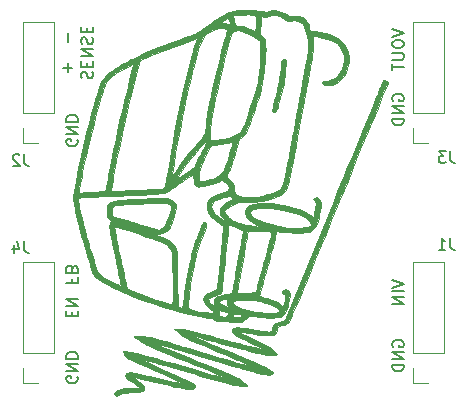
<source format=gbr>
G04 #@! TF.GenerationSoftware,KiCad,Pcbnew,(5.1.5)-3*
G04 #@! TF.CreationDate,2022-02-08T12:26:58-07:00*
G04 #@! TF.ProjectId,lm2596_breakout,6c6d3235-3936-45f6-9272-65616b6f7574,rev?*
G04 #@! TF.SameCoordinates,Original*
G04 #@! TF.FileFunction,Legend,Bot*
G04 #@! TF.FilePolarity,Positive*
%FSLAX46Y46*%
G04 Gerber Fmt 4.6, Leading zero omitted, Abs format (unit mm)*
G04 Created by KiCad (PCBNEW (5.1.5)-3) date 2022-02-08 12:26:58*
%MOMM*%
%LPD*%
G04 APERTURE LIST*
%ADD10C,0.150000*%
%ADD11C,0.010000*%
%ADD12C,0.120000*%
G04 APERTURE END LIST*
D10*
X55808571Y-104520952D02*
X55808571Y-103759047D01*
X55808571Y-107060952D02*
X55808571Y-106299047D01*
X55427619Y-106680000D02*
X56189523Y-106680000D01*
X56999238Y-107600476D02*
X56951619Y-107457619D01*
X56951619Y-107219523D01*
X56999238Y-107124285D01*
X57046857Y-107076666D01*
X57142095Y-107029047D01*
X57237333Y-107029047D01*
X57332571Y-107076666D01*
X57380190Y-107124285D01*
X57427809Y-107219523D01*
X57475428Y-107410000D01*
X57523047Y-107505238D01*
X57570666Y-107552857D01*
X57665904Y-107600476D01*
X57761142Y-107600476D01*
X57856380Y-107552857D01*
X57904000Y-107505238D01*
X57951619Y-107410000D01*
X57951619Y-107171904D01*
X57904000Y-107029047D01*
X57475428Y-106600476D02*
X57475428Y-106267142D01*
X56951619Y-106124285D02*
X56951619Y-106600476D01*
X57951619Y-106600476D01*
X57951619Y-106124285D01*
X56951619Y-105695714D02*
X57951619Y-105695714D01*
X56951619Y-105124285D01*
X57951619Y-105124285D01*
X56999238Y-104695714D02*
X56951619Y-104552857D01*
X56951619Y-104314761D01*
X56999238Y-104219523D01*
X57046857Y-104171904D01*
X57142095Y-104124285D01*
X57237333Y-104124285D01*
X57332571Y-104171904D01*
X57380190Y-104219523D01*
X57427809Y-104314761D01*
X57475428Y-104505238D01*
X57523047Y-104600476D01*
X57570666Y-104648095D01*
X57665904Y-104695714D01*
X57761142Y-104695714D01*
X57856380Y-104648095D01*
X57904000Y-104600476D01*
X57951619Y-104505238D01*
X57951619Y-104267142D01*
X57904000Y-104124285D01*
X57475428Y-103695714D02*
X57475428Y-103362380D01*
X56951619Y-103219523D02*
X56951619Y-103695714D01*
X57951619Y-103695714D01*
X57951619Y-103219523D01*
X56634000Y-112775904D02*
X56681619Y-112871142D01*
X56681619Y-113014000D01*
X56634000Y-113156857D01*
X56538761Y-113252095D01*
X56443523Y-113299714D01*
X56253047Y-113347333D01*
X56110190Y-113347333D01*
X55919714Y-113299714D01*
X55824476Y-113252095D01*
X55729238Y-113156857D01*
X55681619Y-113014000D01*
X55681619Y-112918761D01*
X55729238Y-112775904D01*
X55776857Y-112728285D01*
X56110190Y-112728285D01*
X56110190Y-112918761D01*
X55681619Y-112299714D02*
X56681619Y-112299714D01*
X55681619Y-111728285D01*
X56681619Y-111728285D01*
X55681619Y-111252095D02*
X56681619Y-111252095D01*
X56681619Y-111014000D01*
X56634000Y-110871142D01*
X56538761Y-110775904D01*
X56443523Y-110728285D01*
X56253047Y-110680666D01*
X56110190Y-110680666D01*
X55919714Y-110728285D01*
X55824476Y-110775904D01*
X55729238Y-110871142D01*
X55681619Y-111014000D01*
X55681619Y-111252095D01*
X56634000Y-132841904D02*
X56681619Y-132937142D01*
X56681619Y-133080000D01*
X56634000Y-133222857D01*
X56538761Y-133318095D01*
X56443523Y-133365714D01*
X56253047Y-133413333D01*
X56110190Y-133413333D01*
X55919714Y-133365714D01*
X55824476Y-133318095D01*
X55729238Y-133222857D01*
X55681619Y-133080000D01*
X55681619Y-132984761D01*
X55729238Y-132841904D01*
X55776857Y-132794285D01*
X56110190Y-132794285D01*
X56110190Y-132984761D01*
X55681619Y-132365714D02*
X56681619Y-132365714D01*
X55681619Y-131794285D01*
X56681619Y-131794285D01*
X55681619Y-131318095D02*
X56681619Y-131318095D01*
X56681619Y-131080000D01*
X56634000Y-130937142D01*
X56538761Y-130841904D01*
X56443523Y-130794285D01*
X56253047Y-130746666D01*
X56110190Y-130746666D01*
X55919714Y-130794285D01*
X55824476Y-130841904D01*
X55729238Y-130937142D01*
X55681619Y-131080000D01*
X55681619Y-131318095D01*
X56205428Y-127738095D02*
X56205428Y-127404761D01*
X55681619Y-127261904D02*
X55681619Y-127738095D01*
X56681619Y-127738095D01*
X56681619Y-127261904D01*
X55681619Y-126833333D02*
X56681619Y-126833333D01*
X55681619Y-126261904D01*
X56681619Y-126261904D01*
X56205428Y-124563142D02*
X56205428Y-124896476D01*
X55681619Y-124896476D02*
X56681619Y-124896476D01*
X56681619Y-124420285D01*
X56205428Y-123706000D02*
X56157809Y-123563142D01*
X56110190Y-123515523D01*
X56014952Y-123467904D01*
X55872095Y-123467904D01*
X55776857Y-123515523D01*
X55729238Y-123563142D01*
X55681619Y-123658380D01*
X55681619Y-124039333D01*
X56681619Y-124039333D01*
X56681619Y-123706000D01*
X56634000Y-123610761D01*
X56586380Y-123563142D01*
X56491142Y-123515523D01*
X56395904Y-123515523D01*
X56300666Y-123563142D01*
X56253047Y-123610761D01*
X56205428Y-123706000D01*
X56205428Y-124039333D01*
X83320000Y-130302095D02*
X83272380Y-130206857D01*
X83272380Y-130064000D01*
X83320000Y-129921142D01*
X83415238Y-129825904D01*
X83510476Y-129778285D01*
X83700952Y-129730666D01*
X83843809Y-129730666D01*
X84034285Y-129778285D01*
X84129523Y-129825904D01*
X84224761Y-129921142D01*
X84272380Y-130064000D01*
X84272380Y-130159238D01*
X84224761Y-130302095D01*
X84177142Y-130349714D01*
X83843809Y-130349714D01*
X83843809Y-130159238D01*
X84272380Y-130778285D02*
X83272380Y-130778285D01*
X84272380Y-131349714D01*
X83272380Y-131349714D01*
X84272380Y-131825904D02*
X83272380Y-131825904D01*
X83272380Y-132064000D01*
X83320000Y-132206857D01*
X83415238Y-132302095D01*
X83510476Y-132349714D01*
X83700952Y-132397333D01*
X83843809Y-132397333D01*
X84034285Y-132349714D01*
X84129523Y-132302095D01*
X84224761Y-132206857D01*
X84272380Y-132064000D01*
X84272380Y-131825904D01*
X83272380Y-124634761D02*
X84272380Y-124968095D01*
X83272380Y-125301428D01*
X84272380Y-125634761D02*
X83272380Y-125634761D01*
X84272380Y-126110952D02*
X83272380Y-126110952D01*
X84272380Y-126682380D01*
X83272380Y-126682380D01*
X83320000Y-109474095D02*
X83272380Y-109378857D01*
X83272380Y-109236000D01*
X83320000Y-109093142D01*
X83415238Y-108997904D01*
X83510476Y-108950285D01*
X83700952Y-108902666D01*
X83843809Y-108902666D01*
X84034285Y-108950285D01*
X84129523Y-108997904D01*
X84224761Y-109093142D01*
X84272380Y-109236000D01*
X84272380Y-109331238D01*
X84224761Y-109474095D01*
X84177142Y-109521714D01*
X83843809Y-109521714D01*
X83843809Y-109331238D01*
X84272380Y-109950285D02*
X83272380Y-109950285D01*
X84272380Y-110521714D01*
X83272380Y-110521714D01*
X84272380Y-110997904D02*
X83272380Y-110997904D01*
X83272380Y-111236000D01*
X83320000Y-111378857D01*
X83415238Y-111474095D01*
X83510476Y-111521714D01*
X83700952Y-111569333D01*
X83843809Y-111569333D01*
X84034285Y-111521714D01*
X84129523Y-111474095D01*
X84224761Y-111378857D01*
X84272380Y-111236000D01*
X84272380Y-110997904D01*
X83272380Y-103394095D02*
X84272380Y-103727428D01*
X83272380Y-104060761D01*
X83272380Y-104584571D02*
X83272380Y-104775047D01*
X83320000Y-104870285D01*
X83415238Y-104965523D01*
X83605714Y-105013142D01*
X83939047Y-105013142D01*
X84129523Y-104965523D01*
X84224761Y-104870285D01*
X84272380Y-104775047D01*
X84272380Y-104584571D01*
X84224761Y-104489333D01*
X84129523Y-104394095D01*
X83939047Y-104346476D01*
X83605714Y-104346476D01*
X83415238Y-104394095D01*
X83320000Y-104489333D01*
X83272380Y-104584571D01*
X83272380Y-105441714D02*
X84081904Y-105441714D01*
X84177142Y-105489333D01*
X84224761Y-105536952D01*
X84272380Y-105632190D01*
X84272380Y-105822666D01*
X84224761Y-105917904D01*
X84177142Y-105965523D01*
X84081904Y-106013142D01*
X83272380Y-106013142D01*
X83272380Y-106346476D02*
X83272380Y-106917904D01*
X84272380Y-106632190D02*
X83272380Y-106632190D01*
D11*
G36*
X73129909Y-110393754D02*
G01*
X73210958Y-110443575D01*
X73323591Y-110429099D01*
X73430341Y-110360557D01*
X73475085Y-110299500D01*
X73518467Y-110191795D01*
X73580837Y-110006795D01*
X73656001Y-109765634D01*
X73737768Y-109489448D01*
X73819945Y-109199370D01*
X73896340Y-108916537D01*
X73960762Y-108662083D01*
X73984848Y-108559600D01*
X74036098Y-108307721D01*
X74087913Y-108006402D01*
X74138099Y-107674158D01*
X74184459Y-107329506D01*
X74224800Y-106990961D01*
X74256926Y-106677042D01*
X74278642Y-106406263D01*
X74287753Y-106197141D01*
X74282064Y-106068193D01*
X74280930Y-106062025D01*
X74222005Y-105967398D01*
X74103570Y-105952415D01*
X74031855Y-105972522D01*
X73982190Y-105998817D01*
X73944369Y-106045629D01*
X73915026Y-106128105D01*
X73890790Y-106261393D01*
X73868294Y-106460638D01*
X73844169Y-106740987D01*
X73834971Y-106857800D01*
X73814148Y-107082325D01*
X73785029Y-107312187D01*
X73744745Y-107562139D01*
X73690429Y-107846939D01*
X73619211Y-108181341D01*
X73528224Y-108580103D01*
X73414599Y-109057979D01*
X73377201Y-109212654D01*
X73299787Y-109538637D01*
X73233225Y-109832014D01*
X73180547Y-110078297D01*
X73144787Y-110263001D01*
X73128978Y-110371638D01*
X73129909Y-110393754D01*
G37*
X73129909Y-110393754D02*
X73210958Y-110443575D01*
X73323591Y-110429099D01*
X73430341Y-110360557D01*
X73475085Y-110299500D01*
X73518467Y-110191795D01*
X73580837Y-110006795D01*
X73656001Y-109765634D01*
X73737768Y-109489448D01*
X73819945Y-109199370D01*
X73896340Y-108916537D01*
X73960762Y-108662083D01*
X73984848Y-108559600D01*
X74036098Y-108307721D01*
X74087913Y-108006402D01*
X74138099Y-107674158D01*
X74184459Y-107329506D01*
X74224800Y-106990961D01*
X74256926Y-106677042D01*
X74278642Y-106406263D01*
X74287753Y-106197141D01*
X74282064Y-106068193D01*
X74280930Y-106062025D01*
X74222005Y-105967398D01*
X74103570Y-105952415D01*
X74031855Y-105972522D01*
X73982190Y-105998817D01*
X73944369Y-106045629D01*
X73915026Y-106128105D01*
X73890790Y-106261393D01*
X73868294Y-106460638D01*
X73844169Y-106740987D01*
X73834971Y-106857800D01*
X73814148Y-107082325D01*
X73785029Y-107312187D01*
X73744745Y-107562139D01*
X73690429Y-107846939D01*
X73619211Y-108181341D01*
X73528224Y-108580103D01*
X73414599Y-109057979D01*
X73377201Y-109212654D01*
X73299787Y-109538637D01*
X73233225Y-109832014D01*
X73180547Y-110078297D01*
X73144787Y-110263001D01*
X73128978Y-110371638D01*
X73129909Y-110393754D01*
G36*
X56302268Y-117932900D02*
G01*
X56320530Y-118093308D01*
X56351354Y-118284632D01*
X56396726Y-118517696D01*
X56458632Y-118803325D01*
X56539059Y-119152345D01*
X56639993Y-119575580D01*
X56763419Y-120083855D01*
X56796908Y-120220918D01*
X56879499Y-120545741D01*
X56978939Y-120915744D01*
X57091309Y-121318123D01*
X57212687Y-121740077D01*
X57339155Y-122168802D01*
X57466793Y-122591496D01*
X57591680Y-122995355D01*
X57709896Y-123367577D01*
X57817523Y-123695359D01*
X57910639Y-123965898D01*
X57985326Y-124166391D01*
X58037662Y-124284035D01*
X58044401Y-124295415D01*
X58162211Y-124432583D01*
X58352540Y-124587857D01*
X58619222Y-124763391D01*
X58966093Y-124961340D01*
X59396987Y-125183859D01*
X59915740Y-125433103D01*
X60526185Y-125711226D01*
X60706000Y-125791010D01*
X61397070Y-126081538D01*
X62145076Y-126367421D01*
X62959232Y-126651770D01*
X63848753Y-126937697D01*
X64822853Y-127228314D01*
X65659000Y-127463467D01*
X66068743Y-127567502D01*
X66500154Y-127662103D01*
X66929353Y-127743119D01*
X67332460Y-127806400D01*
X67685596Y-127847793D01*
X67958162Y-127863111D01*
X68031938Y-127896166D01*
X68140364Y-127978467D01*
X68181596Y-128016000D01*
X68264792Y-128089768D01*
X68343571Y-128134860D01*
X68445658Y-128158306D01*
X68598781Y-128167136D01*
X68782702Y-128168400D01*
X69011503Y-128171053D01*
X69303380Y-128178267D01*
X69619969Y-128188925D01*
X69908710Y-128201222D01*
X70593084Y-128234044D01*
X70843842Y-127997502D01*
X70988797Y-127871533D01*
X71120846Y-127775090D01*
X71205402Y-127731451D01*
X71296390Y-127726831D01*
X71464640Y-127735560D01*
X71686947Y-127755869D01*
X71940104Y-127785990D01*
X71965517Y-127789379D01*
X72372512Y-127832691D01*
X72773566Y-127854254D01*
X73149723Y-127854575D01*
X73482029Y-127834163D01*
X73751530Y-127793526D01*
X73932093Y-127736662D01*
X74080856Y-127631125D01*
X74212215Y-127459016D01*
X74331393Y-127210441D01*
X74443616Y-126875511D01*
X74503201Y-126655105D01*
X74581500Y-126307887D01*
X74618124Y-126039382D01*
X74613355Y-125835767D01*
X74567475Y-125683225D01*
X74524403Y-125615559D01*
X74384626Y-125490666D01*
X74236986Y-125444895D01*
X74104260Y-125482467D01*
X74054774Y-125528542D01*
X73975684Y-125663382D01*
X73989929Y-125762885D01*
X74098538Y-125834161D01*
X74099007Y-125834340D01*
X74171043Y-125867191D01*
X74208289Y-125913709D01*
X74218138Y-126000653D01*
X74207982Y-126154784D01*
X74202872Y-126210292D01*
X74173398Y-126418317D01*
X74128963Y-126616306D01*
X74092946Y-126725691D01*
X74013362Y-126916162D01*
X73849381Y-126760357D01*
X73707487Y-126641839D01*
X73540192Y-126537735D01*
X73329298Y-126439674D01*
X73056606Y-126339285D01*
X72703919Y-126228197D01*
X72671409Y-126218510D01*
X72439561Y-126148032D01*
X72244664Y-126085728D01*
X72106671Y-126038190D01*
X72045533Y-126012011D01*
X72044969Y-126011503D01*
X72044564Y-125951952D01*
X72071569Y-125823349D01*
X72120226Y-125652674D01*
X72124265Y-125639940D01*
X72191073Y-125422226D01*
X72274404Y-125137138D01*
X72371170Y-124796346D01*
X72478285Y-124411522D01*
X72592659Y-123994337D01*
X72711206Y-123556461D01*
X72830839Y-123109566D01*
X72948469Y-122665323D01*
X73061009Y-122235402D01*
X73165371Y-121831475D01*
X73258468Y-121465212D01*
X73337212Y-121148286D01*
X73398516Y-120892366D01*
X73439292Y-120709123D01*
X73456452Y-120610229D01*
X73456800Y-120602999D01*
X73473323Y-120518672D01*
X73542439Y-120510378D01*
X73571100Y-120517540D01*
X73819558Y-120569087D01*
X74151444Y-120610942D01*
X74548905Y-120641460D01*
X74994090Y-120658995D01*
X75133710Y-120661471D01*
X75574780Y-120658255D01*
X75929109Y-120632330D01*
X76210100Y-120578126D01*
X76431156Y-120490073D01*
X76605680Y-120362600D01*
X76747076Y-120190136D01*
X76868747Y-119967110D01*
X76883831Y-119934075D01*
X76971495Y-119695204D01*
X77056147Y-119387571D01*
X77130878Y-119043941D01*
X77188783Y-118697078D01*
X77222955Y-118379744D01*
X77227121Y-118305610D01*
X77228435Y-118108765D01*
X77206250Y-117973404D01*
X77152278Y-117860558D01*
X77123410Y-117817854D01*
X77002667Y-117690604D01*
X76879517Y-117659693D01*
X76735066Y-117721207D01*
X76716805Y-117733630D01*
X76601404Y-117814460D01*
X76737730Y-117993192D01*
X76874055Y-118171924D01*
X76757728Y-118775962D01*
X76710996Y-119008367D01*
X76668839Y-119199322D01*
X76635775Y-119329587D01*
X76616321Y-119379921D01*
X76615893Y-119380000D01*
X76565432Y-119351514D01*
X76458839Y-119277158D01*
X76331692Y-119182473D01*
X76054694Y-118993303D01*
X75745333Y-118827825D01*
X75389378Y-118680776D01*
X74972596Y-118546891D01*
X74480755Y-118420908D01*
X73984698Y-118314429D01*
X73527411Y-118227761D01*
X73146077Y-118167873D01*
X72819126Y-118133057D01*
X72524987Y-118121604D01*
X72517000Y-118121892D01*
X72517000Y-118545288D01*
X72991255Y-118568826D01*
X73510189Y-118636918D01*
X74086691Y-118751848D01*
X74733649Y-118915899D01*
X74944312Y-118975296D01*
X75370762Y-119111912D01*
X75707905Y-119253200D01*
X75967996Y-119406592D01*
X76163289Y-119579522D01*
X76306040Y-119779423D01*
X76323474Y-119811800D01*
X76384942Y-119941728D01*
X76392032Y-120018364D01*
X76340715Y-120076659D01*
X76288900Y-120111787D01*
X76130828Y-120174688D01*
X75890379Y-120220205D01*
X75585283Y-120248313D01*
X75233268Y-120258989D01*
X74852064Y-120252209D01*
X74459399Y-120227947D01*
X74073003Y-120186179D01*
X73710605Y-120126881D01*
X73654364Y-120115414D01*
X73374043Y-120046886D01*
X73040807Y-119950569D01*
X72683887Y-119836309D01*
X72332515Y-119713948D01*
X72015919Y-119593333D01*
X71763330Y-119484308D01*
X71724381Y-119465415D01*
X71529760Y-119357985D01*
X71404121Y-119256916D01*
X71319464Y-119138292D01*
X71302346Y-119104990D01*
X71205292Y-118906181D01*
X71341256Y-118789230D01*
X71492607Y-118687091D01*
X71682415Y-118615218D01*
X71927339Y-118570154D01*
X72244039Y-118548443D01*
X72517000Y-118545288D01*
X72517000Y-118121892D01*
X72242089Y-118131808D01*
X71991381Y-118156596D01*
X71599251Y-118229014D01*
X71279301Y-118338963D01*
X71038071Y-118482350D01*
X70882100Y-118655086D01*
X70817925Y-118853079D01*
X70816631Y-118891550D01*
X70840758Y-119032737D01*
X70900035Y-119205706D01*
X70933352Y-119278400D01*
X71033865Y-119429115D01*
X71189779Y-119583340D01*
X71412776Y-119750466D01*
X71714536Y-119939885D01*
X71862469Y-120025451D01*
X72059800Y-120137502D01*
X71819570Y-120139751D01*
X71683389Y-120126917D01*
X71472526Y-120090400D01*
X71209603Y-120035740D01*
X71071111Y-120003879D01*
X71071111Y-120523000D01*
X71946455Y-120532258D01*
X72237290Y-120535491D01*
X72494346Y-120538643D01*
X72699711Y-120541473D01*
X72835477Y-120543735D01*
X72881671Y-120544958D01*
X72964231Y-120580886D01*
X73016975Y-120623832D01*
X73059273Y-120684450D01*
X73065213Y-120767089D01*
X73035755Y-120905316D01*
X73026043Y-120941332D01*
X72998766Y-121040922D01*
X72947802Y-121227082D01*
X72876280Y-121488382D01*
X72787327Y-121813394D01*
X72684072Y-122190689D01*
X72569642Y-122608840D01*
X72447164Y-123056417D01*
X72370039Y-123338272D01*
X72246827Y-123790016D01*
X72132344Y-124212565D01*
X72029323Y-124595628D01*
X71940496Y-124928914D01*
X71868597Y-125202132D01*
X71816357Y-125404989D01*
X71786511Y-125527194D01*
X71780400Y-125558985D01*
X71752879Y-125629706D01*
X71663987Y-125683894D01*
X71504227Y-125723727D01*
X71264102Y-125751383D01*
X70934117Y-125769041D01*
X70853300Y-125771660D01*
X70768277Y-125773169D01*
X70768277Y-126348123D01*
X71088966Y-126355346D01*
X71597927Y-126399089D01*
X72087060Y-126477327D01*
X72541055Y-126585521D01*
X72944600Y-126719135D01*
X73282383Y-126873629D01*
X73539093Y-127044466D01*
X73599036Y-127099252D01*
X73712339Y-127231969D01*
X73738635Y-127323857D01*
X73678156Y-127386172D01*
X73605433Y-127412635D01*
X73419326Y-127441262D01*
X73153701Y-127450406D01*
X72828330Y-127442125D01*
X72462987Y-127418478D01*
X72077442Y-127381522D01*
X71691469Y-127333316D01*
X71324839Y-127275918D01*
X70997326Y-127211386D01*
X70728701Y-127141778D01*
X70610036Y-127100825D01*
X70299979Y-126968349D01*
X70047051Y-126839598D01*
X69880483Y-126733728D01*
X69880483Y-127563009D01*
X70010766Y-127568546D01*
X70190900Y-127582205D01*
X70236966Y-127586393D01*
X70631489Y-127623363D01*
X70511790Y-127720288D01*
X70414000Y-127777691D01*
X70284880Y-127803006D01*
X70090739Y-127802675D01*
X70082946Y-127802307D01*
X69912430Y-127790646D01*
X69821848Y-127770888D01*
X69789533Y-127734377D01*
X69791329Y-127685800D01*
X69812998Y-127594766D01*
X69825651Y-127566811D01*
X69880483Y-127563009D01*
X69880483Y-126733728D01*
X69859637Y-126720478D01*
X69746123Y-126616896D01*
X69714895Y-126534758D01*
X69746919Y-126492914D01*
X69900453Y-126433533D01*
X70135061Y-126388254D01*
X70430938Y-126359107D01*
X70768277Y-126348123D01*
X70768277Y-125773169D01*
X70600275Y-125776152D01*
X70388145Y-125774212D01*
X70235217Y-125766446D01*
X70159798Y-125753463D01*
X70155019Y-125748464D01*
X70163710Y-125688930D01*
X70188152Y-125542476D01*
X70226071Y-125322172D01*
X70275197Y-125041088D01*
X70333258Y-124712293D01*
X70397981Y-124348857D01*
X70409907Y-124282200D01*
X70486315Y-123852991D01*
X70566064Y-123400694D01*
X70644627Y-122951280D01*
X70717480Y-122530723D01*
X70780096Y-122164994D01*
X70817102Y-121945400D01*
X70869800Y-121632244D01*
X70920625Y-121335242D01*
X70965731Y-121076485D01*
X71001277Y-120878062D01*
X71020370Y-120777000D01*
X71071111Y-120523000D01*
X71071111Y-120003879D01*
X70917245Y-119968480D01*
X70618075Y-119894159D01*
X70334716Y-119818318D01*
X70089793Y-119746499D01*
X69905929Y-119684242D01*
X69833338Y-119653288D01*
X69718548Y-119578262D01*
X69564267Y-119454818D01*
X69506872Y-119403050D01*
X69506872Y-119981873D01*
X69650979Y-120024751D01*
X69853563Y-120110556D01*
X70064736Y-120203181D01*
X70271480Y-120286409D01*
X70432716Y-120343791D01*
X70446900Y-120348113D01*
X70573570Y-120393004D01*
X70639937Y-120449779D01*
X70655689Y-120543858D01*
X70630517Y-120700659D01*
X70612255Y-120781896D01*
X70590997Y-120886956D01*
X70555662Y-121076627D01*
X70509030Y-121335332D01*
X70453879Y-121647489D01*
X70392988Y-121997519D01*
X70331375Y-122356696D01*
X70256748Y-122791971D01*
X70175259Y-123262466D01*
X70092141Y-123738295D01*
X70012625Y-124189573D01*
X69941943Y-124586415D01*
X69909790Y-124764800D01*
X69721023Y-125806200D01*
X69283055Y-125863930D01*
X69128401Y-125888258D01*
X69128401Y-126292664D01*
X69241190Y-126297124D01*
X69278921Y-126338256D01*
X69267822Y-126446670D01*
X69266545Y-126453900D01*
X69271842Y-126631510D01*
X69340109Y-126771400D01*
X69419622Y-126899992D01*
X69431581Y-126961738D01*
X69372266Y-126968831D01*
X69286321Y-126947800D01*
X69110187Y-126882270D01*
X68929590Y-126791094D01*
X68768979Y-126689781D01*
X68659679Y-126599519D01*
X68659679Y-127203597D01*
X68731745Y-127216539D01*
X68868728Y-127250030D01*
X69038230Y-127295433D01*
X69207849Y-127344114D01*
X69329300Y-127382077D01*
X69376164Y-127401857D01*
X69387444Y-127438603D01*
X69364231Y-127523346D01*
X69337030Y-127602019D01*
X69293969Y-127700101D01*
X69232623Y-127746792D01*
X69118801Y-127760736D01*
X69044930Y-127761306D01*
X68827482Y-127755321D01*
X68692765Y-127730348D01*
X68622092Y-127673526D01*
X68596781Y-127571995D01*
X68596536Y-127452675D01*
X68611613Y-127309384D01*
X68640259Y-127219315D01*
X68659679Y-127203597D01*
X68659679Y-126599519D01*
X68652805Y-126593842D01*
X68605517Y-126518785D01*
X68605400Y-126515859D01*
X68651822Y-126436601D01*
X68773663Y-126365516D01*
X68944788Y-126313757D01*
X69128401Y-126292664D01*
X69128401Y-125888258D01*
X68931643Y-125919210D01*
X68666878Y-125982692D01*
X68473873Y-126058904D01*
X68339477Y-126150781D01*
X68236045Y-126299909D01*
X68188969Y-126483519D01*
X68207663Y-126657237D01*
X68224109Y-126694658D01*
X68258648Y-126773963D01*
X68224393Y-126787134D01*
X68165260Y-126772020D01*
X67964648Y-126677353D01*
X67808717Y-126534701D01*
X67743280Y-126419292D01*
X67720707Y-126310203D01*
X67764183Y-126231727D01*
X67819480Y-126185591D01*
X67965313Y-126097563D01*
X68179002Y-126006464D01*
X68474674Y-125906511D01*
X68579555Y-125874509D01*
X68714978Y-125828613D01*
X68787277Y-125774279D01*
X68823397Y-125678489D01*
X68844318Y-125550055D01*
X68857547Y-125442253D01*
X68879940Y-125241345D01*
X68910673Y-124955334D01*
X68948921Y-124592221D01*
X68993860Y-124160009D01*
X69044665Y-123666699D01*
X69100513Y-123120293D01*
X69160578Y-122528795D01*
X69224036Y-121900205D01*
X69290064Y-121242526D01*
X69352827Y-120614054D01*
X69378423Y-120380838D01*
X69404479Y-120183638D01*
X69427700Y-120045278D01*
X69442834Y-119990838D01*
X69506872Y-119981873D01*
X69506872Y-119403050D01*
X69401336Y-119307858D01*
X69380100Y-119287322D01*
X69226024Y-119128871D01*
X69136052Y-119011257D01*
X69095274Y-118911446D01*
X69088000Y-118836127D01*
X69104117Y-118740583D01*
X69160343Y-118650230D01*
X69268486Y-118556010D01*
X69440354Y-118448863D01*
X69687757Y-118319727D01*
X69886269Y-118223693D01*
X70254265Y-118048933D01*
X71157032Y-118038826D01*
X71496027Y-118033701D01*
X71759088Y-118025046D01*
X71971880Y-118009996D01*
X72160066Y-117985684D01*
X72349311Y-117949245D01*
X72565278Y-117897812D01*
X72678303Y-117868939D01*
X73204608Y-117712633D01*
X73632976Y-117540386D01*
X73966041Y-117350692D01*
X74206435Y-117142040D01*
X74356791Y-116912922D01*
X74360076Y-116905397D01*
X74411085Y-116755045D01*
X74476614Y-116509132D01*
X74555702Y-116172512D01*
X74647387Y-115750038D01*
X74750710Y-115246563D01*
X74864709Y-114666941D01*
X74988424Y-114016025D01*
X75120894Y-113298669D01*
X75261158Y-112519725D01*
X75408256Y-111684047D01*
X75509336Y-111099600D01*
X75565734Y-110776362D01*
X75636790Y-110377072D01*
X75718193Y-109925489D01*
X75805634Y-109445375D01*
X75894801Y-108960490D01*
X75981385Y-108494595D01*
X75997748Y-108407200D01*
X76125091Y-107725258D01*
X76234117Y-107134818D01*
X76326132Y-106627693D01*
X76402439Y-106195696D01*
X76464344Y-105830641D01*
X76513149Y-105524342D01*
X76550160Y-105268613D01*
X76576680Y-105055267D01*
X76594015Y-104876117D01*
X76603469Y-104722978D01*
X76606345Y-104587662D01*
X76606345Y-104587498D01*
X76599958Y-104358541D01*
X76582039Y-104195485D01*
X76554543Y-104114917D01*
X76550176Y-104111248D01*
X76519728Y-104066396D01*
X76570874Y-104032005D01*
X76683713Y-104013929D01*
X76838343Y-104018022D01*
X76859261Y-104020341D01*
X77116571Y-104063873D01*
X77422644Y-104134635D01*
X77741466Y-104222581D01*
X78037023Y-104317663D01*
X78273303Y-104409834D01*
X78300789Y-104422495D01*
X78623490Y-104629845D01*
X78881948Y-104915429D01*
X79075514Y-105278247D01*
X79203540Y-105717297D01*
X79227281Y-105851980D01*
X79228860Y-106126961D01*
X79165249Y-106441545D01*
X79047750Y-106768466D01*
X78887667Y-107080457D01*
X78696302Y-107350253D01*
X78541434Y-107506504D01*
X78412090Y-107582314D01*
X78216950Y-107659983D01*
X77991043Y-107728856D01*
X77769399Y-107778278D01*
X77587048Y-107797593D01*
X77584431Y-107797600D01*
X77452979Y-107841524D01*
X77376638Y-107952951D01*
X77368400Y-108012217D01*
X77412877Y-108106537D01*
X77533815Y-108165044D01*
X77712473Y-108187412D01*
X77930111Y-108173314D01*
X78167989Y-108122425D01*
X78407366Y-108034418D01*
X78415987Y-108030455D01*
X78778873Y-107807156D01*
X79088073Y-107501325D01*
X79337541Y-107120168D01*
X79499123Y-106739340D01*
X79566689Y-106445062D01*
X79597733Y-106098605D01*
X79591334Y-105742950D01*
X79546568Y-105421078D01*
X79528936Y-105349695D01*
X79375790Y-104932000D01*
X79162298Y-104589561D01*
X78877420Y-104308798D01*
X78510116Y-104076135D01*
X78481703Y-104061636D01*
X78043862Y-103865618D01*
X77620866Y-103732805D01*
X77162716Y-103648185D01*
X77063600Y-103635854D01*
X76774675Y-103601901D01*
X76570740Y-103573912D01*
X76435954Y-103545377D01*
X76354475Y-103509784D01*
X76310461Y-103460619D01*
X76288071Y-103391373D01*
X76274122Y-103311326D01*
X76227943Y-103112383D01*
X76151669Y-102939565D01*
X76027464Y-102759278D01*
X75901636Y-102609717D01*
X75792409Y-102491500D01*
X75699135Y-102416668D01*
X75589892Y-102369704D01*
X75432761Y-102335087D01*
X75288553Y-102311659D01*
X75072082Y-102285189D01*
X74872655Y-102273204D01*
X74728630Y-102277802D01*
X74713498Y-102280178D01*
X74589375Y-102286835D01*
X74462710Y-102248680D01*
X74297027Y-102154897D01*
X74123878Y-102065913D01*
X73894214Y-101975317D01*
X73642991Y-101894154D01*
X73405168Y-101833464D01*
X73215702Y-101804291D01*
X73183672Y-101803200D01*
X73124515Y-101812606D01*
X73124515Y-102242309D01*
X73426309Y-102248155D01*
X73761309Y-102348258D01*
X74130829Y-102542895D01*
X74261199Y-102628350D01*
X74396573Y-102715389D01*
X74494388Y-102750944D01*
X74598883Y-102743792D01*
X74705450Y-102716465D01*
X74998909Y-102680136D01*
X75299630Y-102721358D01*
X75489228Y-102794021D01*
X75660817Y-102936916D01*
X75799460Y-103172150D01*
X75906448Y-103501961D01*
X75913192Y-103530400D01*
X75971237Y-103746823D01*
X76041462Y-103962239D01*
X76091307Y-104089200D01*
X76160775Y-104328154D01*
X76194283Y-104634587D01*
X76190417Y-104980433D01*
X76152782Y-105308400D01*
X76134405Y-105413458D01*
X76099603Y-105607488D01*
X76050371Y-105879542D01*
X75988703Y-106218674D01*
X75916594Y-106613939D01*
X75836036Y-107054390D01*
X75749025Y-107529082D01*
X75657555Y-108027069D01*
X75648374Y-108077000D01*
X75539385Y-108671649D01*
X75420656Y-109322996D01*
X75296635Y-110006418D01*
X75171768Y-110697289D01*
X75050504Y-111370987D01*
X74937289Y-112002886D01*
X74836571Y-112568364D01*
X74804287Y-112750600D01*
X74665058Y-113527612D01*
X74534866Y-114233423D01*
X74414573Y-114863784D01*
X74305045Y-115414444D01*
X74207145Y-115881152D01*
X74121737Y-116259658D01*
X74049686Y-116545712D01*
X73997460Y-116719196D01*
X73881439Y-116903134D01*
X73666822Y-117072293D01*
X73355698Y-117225522D01*
X72950152Y-117361671D01*
X72727785Y-117419370D01*
X72482465Y-117479243D01*
X72257254Y-117536258D01*
X72080310Y-117583172D01*
X71992496Y-117608541D01*
X71872326Y-117637066D01*
X71799484Y-117636653D01*
X71795317Y-117633850D01*
X71732739Y-117629642D01*
X71684820Y-117647584D01*
X71604095Y-117660730D01*
X71445113Y-117665456D01*
X71230873Y-117661702D01*
X70984811Y-117649434D01*
X70625507Y-117618435D01*
X70354929Y-117572787D01*
X70160389Y-117503969D01*
X70029199Y-117403461D01*
X69948670Y-117262740D01*
X69906114Y-117073285D01*
X69892585Y-116915921D01*
X69870893Y-116692489D01*
X69822704Y-116523688D01*
X69731329Y-116378912D01*
X69580078Y-116227557D01*
X69540676Y-116194223D01*
X69540676Y-117529240D01*
X69669938Y-117650675D01*
X69756501Y-117740549D01*
X69798460Y-117800908D01*
X69799200Y-117805134D01*
X69756733Y-117841572D01*
X69645642Y-117904757D01*
X69497162Y-117977599D01*
X69175084Y-118143605D01*
X68945245Y-118303704D01*
X68799109Y-118464910D01*
X68735558Y-118603536D01*
X68685045Y-118849648D01*
X68694827Y-119041189D01*
X68770499Y-119209208D01*
X68866524Y-119330396D01*
X68963719Y-119447923D01*
X69018725Y-119534425D01*
X69023135Y-119563397D01*
X68964394Y-119556483D01*
X68850417Y-119497581D01*
X68702505Y-119401525D01*
X68541956Y-119283148D01*
X68390068Y-119157285D01*
X68268141Y-119038769D01*
X68265233Y-119035553D01*
X68121423Y-118835080D01*
X68024592Y-118617711D01*
X67985890Y-118414341D01*
X67999008Y-118298002D01*
X68111952Y-118095576D01*
X68316565Y-117916567D01*
X68604580Y-117766073D01*
X68967732Y-117649195D01*
X69098438Y-117619730D01*
X69540676Y-117529240D01*
X69540676Y-116194223D01*
X69463346Y-116128800D01*
X69342645Y-116020353D01*
X69262588Y-115930385D01*
X69243487Y-115892540D01*
X69263974Y-115822907D01*
X69321220Y-115688533D01*
X69404318Y-115514404D01*
X69435904Y-115451791D01*
X69517986Y-115267837D01*
X69619629Y-115002259D01*
X69734976Y-114671803D01*
X69858171Y-114293214D01*
X69977167Y-113904137D01*
X70322925Y-112738771D01*
X70556362Y-112566118D01*
X70676369Y-112466314D01*
X70783831Y-112348345D01*
X70886040Y-112198785D01*
X70990289Y-112004209D01*
X71103869Y-111751193D01*
X71234073Y-111426312D01*
X71366755Y-111074200D01*
X71591099Y-110437079D01*
X71799183Y-109785772D01*
X71986524Y-109137707D01*
X72148643Y-108510314D01*
X72281057Y-107921021D01*
X72379285Y-107387259D01*
X72438847Y-106926457D01*
X72441862Y-106892625D01*
X72468786Y-106583019D01*
X72498479Y-106249276D01*
X72526876Y-105936742D01*
X72545194Y-105740200D01*
X72563688Y-105448080D01*
X72570149Y-105122208D01*
X72563725Y-104821539D01*
X72559511Y-104750031D01*
X72540635Y-104518836D01*
X72518473Y-104364425D01*
X72486237Y-104262041D01*
X72437140Y-104186929D01*
X72392372Y-104140431D01*
X72276271Y-104039103D01*
X72174736Y-103965498D01*
X72169059Y-103962200D01*
X72135221Y-103936770D01*
X72113239Y-103894976D01*
X72102619Y-103820954D01*
X72102868Y-103698838D01*
X72113495Y-103512763D01*
X72134005Y-103246863D01*
X72143316Y-103133361D01*
X72207578Y-102355323D01*
X72445900Y-102388101D01*
X72646913Y-102396655D01*
X72810955Y-102351949D01*
X72854611Y-102330440D01*
X73124515Y-102242309D01*
X73124515Y-101812606D01*
X73071703Y-101821004D01*
X72918782Y-101865497D01*
X72868439Y-101883688D01*
X72766129Y-101918283D01*
X72667609Y-101936033D01*
X72547736Y-101936879D01*
X72381363Y-101920762D01*
X72143345Y-101887623D01*
X72104741Y-101881900D01*
X71533414Y-101807493D01*
X71123609Y-101774622D01*
X71123609Y-102186676D01*
X71330693Y-102189151D01*
X71470890Y-102197288D01*
X71561556Y-102213596D01*
X71620045Y-102240584D01*
X71663714Y-102280759D01*
X71689178Y-102311200D01*
X71745478Y-102396468D01*
X71771278Y-102494074D01*
X71771833Y-102637304D01*
X71761357Y-102768400D01*
X71744361Y-102979909D01*
X71732618Y-103184161D01*
X71729183Y-103301800D01*
X71717157Y-103488007D01*
X71676477Y-103582119D01*
X71596285Y-103592071D01*
X71465724Y-103525797D01*
X71442948Y-103510980D01*
X71231332Y-103396148D01*
X70966439Y-103288216D01*
X70684968Y-103199086D01*
X70423620Y-103140656D01*
X70249460Y-103124000D01*
X70213630Y-103123636D01*
X70213630Y-103539938D01*
X70565534Y-103593889D01*
X70955127Y-103735714D01*
X71378180Y-103964094D01*
X71586564Y-104100402D01*
X71760003Y-104215159D01*
X71913052Y-104308161D01*
X72017622Y-104362526D01*
X72031064Y-104367541D01*
X72074406Y-104387418D01*
X72103841Y-104426082D01*
X72122042Y-104500821D01*
X72131682Y-104628923D01*
X72135437Y-104827676D01*
X72136000Y-105045975D01*
X72131266Y-105321799D01*
X72118195Y-105664759D01*
X72098479Y-106040887D01*
X72073809Y-106416215D01*
X72057069Y-106630051D01*
X72025968Y-106992170D01*
X71998030Y-107280580D01*
X71968604Y-107520032D01*
X71933041Y-107735274D01*
X71886690Y-107951057D01*
X71824902Y-108192131D01*
X71743027Y-108483244D01*
X71646823Y-108813600D01*
X71499311Y-109307066D01*
X71348128Y-109793829D01*
X71197615Y-110261212D01*
X71052113Y-110696535D01*
X70915961Y-111087121D01*
X70793501Y-111420292D01*
X70689073Y-111683368D01*
X70607018Y-111863672D01*
X70594606Y-111887000D01*
X70474437Y-112080163D01*
X70350250Y-112212979D01*
X70186980Y-112321841D01*
X70162722Y-112335226D01*
X69953026Y-112429935D01*
X69799200Y-112483383D01*
X69799200Y-112954661D01*
X69786431Y-113003211D01*
X69751754Y-113129836D01*
X69700613Y-113314764D01*
X69644511Y-113516489D01*
X69496621Y-114038870D01*
X69367024Y-114472782D01*
X69250104Y-114828504D01*
X69140249Y-115116313D01*
X69031845Y-115346489D01*
X68919278Y-115529310D01*
X68796935Y-115675054D01*
X68659201Y-115794000D01*
X68500465Y-115896426D01*
X68315111Y-115992612D01*
X68284096Y-116007406D01*
X68104030Y-116079624D01*
X67883042Y-116149196D01*
X67643511Y-116211435D01*
X67407812Y-116261649D01*
X67198323Y-116295150D01*
X67037420Y-116307247D01*
X66947481Y-116293252D01*
X66941630Y-116288750D01*
X66901279Y-116186108D01*
X66894022Y-116002686D01*
X66918646Y-115753337D01*
X66973938Y-115452914D01*
X67028175Y-115228026D01*
X67094713Y-115016691D01*
X67193777Y-114754606D01*
X67315516Y-114463091D01*
X67450077Y-114163469D01*
X67587610Y-113877062D01*
X67718262Y-113625193D01*
X67832183Y-113429183D01*
X67908780Y-113322100D01*
X68030495Y-113253126D01*
X68219573Y-113231572D01*
X68358175Y-113220412D01*
X68568532Y-113191108D01*
X68823308Y-113147962D01*
X69095168Y-113095279D01*
X69126100Y-113088844D01*
X69371771Y-113037824D01*
X69577277Y-112996059D01*
X69724538Y-112967155D01*
X69795475Y-112954714D01*
X69799200Y-112954661D01*
X69799200Y-112483383D01*
X69682371Y-112523977D01*
X69372709Y-112612605D01*
X69045992Y-112691074D01*
X68724171Y-112754635D01*
X68429200Y-112798543D01*
X68183031Y-112818052D01*
X68007615Y-112808414D01*
X67991152Y-112804772D01*
X67853713Y-112770277D01*
X67883851Y-112125438D01*
X67904997Y-111759892D01*
X67934877Y-111407120D01*
X67976057Y-111051007D01*
X68031101Y-110675439D01*
X68102575Y-110264302D01*
X68193044Y-109801482D01*
X68305074Y-109270864D01*
X68423724Y-108734191D01*
X68611447Y-107900868D01*
X68779676Y-107161402D01*
X68929998Y-106510261D01*
X69063999Y-105941914D01*
X69183267Y-105450829D01*
X69289388Y-105031474D01*
X69383949Y-104678317D01*
X69468537Y-104385827D01*
X69544739Y-104148472D01*
X69614142Y-103960720D01*
X69678332Y-103817039D01*
X69738897Y-103711899D01*
X69797422Y-103639766D01*
X69855496Y-103595109D01*
X69903644Y-103575182D01*
X70213630Y-103539938D01*
X70213630Y-103123636D01*
X70140146Y-103122887D01*
X70063683Y-103108639D01*
X70009364Y-103064888D01*
X69966483Y-102975266D01*
X69924333Y-102823408D01*
X69872207Y-102592945D01*
X69857008Y-102524050D01*
X69831379Y-102386268D01*
X69841803Y-102312351D01*
X69899114Y-102267746D01*
X69943614Y-102247806D01*
X70047816Y-102225399D01*
X70234706Y-102207053D01*
X70485413Y-102194052D01*
X70781062Y-102187679D01*
X70832282Y-102187356D01*
X71123609Y-102186676D01*
X71123609Y-101774622D01*
X71039982Y-101767914D01*
X70606750Y-101763569D01*
X70216020Y-101794864D01*
X69850098Y-101862204D01*
X69570600Y-101939986D01*
X69446290Y-101994284D01*
X69333485Y-102054362D01*
X69333485Y-102515622D01*
X69401403Y-102535278D01*
X69449692Y-102620862D01*
X69473853Y-102692200D01*
X69528960Y-102881140D01*
X69542249Y-102989012D01*
X69505565Y-103030609D01*
X69410749Y-103020723D01*
X69308526Y-102992028D01*
X69133032Y-102948510D01*
X68971612Y-102923313D01*
X68924528Y-102920800D01*
X68854439Y-102912810D01*
X68854439Y-103327200D01*
X69061582Y-103344240D01*
X69218419Y-103390214D01*
X69307129Y-103457406D01*
X69315165Y-103526748D01*
X69290074Y-103604644D01*
X69244213Y-103758480D01*
X69184015Y-103966302D01*
X69115916Y-104206161D01*
X69113094Y-104216200D01*
X68976738Y-104715228D01*
X68830689Y-105274552D01*
X68678329Y-105879403D01*
X68523042Y-106515011D01*
X68368209Y-107166608D01*
X68217213Y-107819424D01*
X68073437Y-108458690D01*
X67940262Y-109069638D01*
X67821072Y-109637498D01*
X67719248Y-110147501D01*
X67638174Y-110584878D01*
X67594427Y-110847293D01*
X67554658Y-111129762D01*
X67517077Y-111442836D01*
X67506597Y-111547806D01*
X67506597Y-112953605D01*
X67513200Y-112976123D01*
X67496499Y-113047313D01*
X67453108Y-113181667D01*
X67403421Y-113320194D01*
X67331653Y-113490315D01*
X67225579Y-113714823D01*
X67101528Y-113960022D01*
X67014789Y-114122200D01*
X66888714Y-114358920D01*
X66769800Y-114594558D01*
X66674023Y-114796831D01*
X66629267Y-114901362D01*
X66574892Y-115027626D01*
X66514575Y-115124389D01*
X66428497Y-115211021D01*
X66416901Y-115219465D01*
X66416901Y-115731757D01*
X66426175Y-115736041D01*
X66443078Y-115795441D01*
X66464836Y-115930026D01*
X66487417Y-116113774D01*
X66493033Y-116167461D01*
X66519620Y-116400246D01*
X66548661Y-116552870D01*
X66588739Y-116646588D01*
X66648438Y-116702653D01*
X66723205Y-116737413D01*
X66861490Y-116755422D01*
X67073803Y-116740861D01*
X67339720Y-116698589D01*
X67638815Y-116633469D01*
X67950663Y-116550360D01*
X68254839Y-116454124D01*
X68530918Y-116349622D01*
X68719994Y-116262214D01*
X68817189Y-116218530D01*
X68892865Y-116217098D01*
X68985165Y-116265153D01*
X69077107Y-116329949D01*
X69273926Y-116492949D01*
X69388021Y-116645023D01*
X69432804Y-116808114D01*
X69432668Y-116911604D01*
X69418200Y-117110209D01*
X69011800Y-117217916D01*
X68559637Y-117364339D01*
X68188305Y-117541174D01*
X67903755Y-117744833D01*
X67711937Y-117971726D01*
X67686473Y-118017152D01*
X67629833Y-118202697D01*
X67610557Y-118439170D01*
X67628829Y-118682949D01*
X67682831Y-118885686D01*
X67800710Y-119086778D01*
X67987049Y-119310053D01*
X68219390Y-119532350D01*
X68475273Y-119730510D01*
X68549477Y-119779397D01*
X68714492Y-119888982D01*
X68850874Y-119989215D01*
X68929870Y-120058923D01*
X68931129Y-120060413D01*
X68948749Y-120095319D01*
X68959518Y-120156403D01*
X68962825Y-120253546D01*
X68958057Y-120396633D01*
X68944603Y-120595547D01*
X68921850Y-120860169D01*
X68889187Y-121200383D01*
X68846001Y-121626072D01*
X68816675Y-121908516D01*
X68768932Y-122367747D01*
X68720667Y-122835590D01*
X68673911Y-123292083D01*
X68630698Y-123717264D01*
X68593061Y-124091174D01*
X68563032Y-124393849D01*
X68551645Y-124510800D01*
X68522576Y-124795344D01*
X68493847Y-125046628D01*
X68467807Y-125246227D01*
X68446802Y-125375718D01*
X68436499Y-125414506D01*
X68376588Y-125463505D01*
X68246604Y-125537363D01*
X68070659Y-125622835D01*
X68000455Y-125654009D01*
X67694196Y-125803180D01*
X67481914Y-125946778D01*
X67356660Y-126090911D01*
X67311487Y-126241691D01*
X67311115Y-126260204D01*
X67358889Y-126507297D01*
X67485608Y-126752964D01*
X67671512Y-126971689D01*
X67896844Y-127137956D01*
X68039485Y-127200852D01*
X68166267Y-127262120D01*
X68192296Y-127329242D01*
X68191550Y-127331295D01*
X68158707Y-127382932D01*
X68097298Y-127415830D01*
X67992418Y-127430921D01*
X67829160Y-127429135D01*
X67592617Y-127411405D01*
X67329145Y-127385162D01*
X66967243Y-127337431D01*
X66642560Y-127276063D01*
X66369175Y-127205068D01*
X66161170Y-127128455D01*
X66032624Y-127050233D01*
X66000455Y-127006858D01*
X65989209Y-126906179D01*
X65994869Y-126719309D01*
X66015472Y-126459892D01*
X66049059Y-126141569D01*
X66093668Y-125777983D01*
X66147339Y-125382778D01*
X66208110Y-124969595D01*
X66274021Y-124552077D01*
X66343111Y-124143867D01*
X66413418Y-123758606D01*
X66482982Y-123409939D01*
X66549842Y-123111508D01*
X66574627Y-123012200D01*
X66714103Y-122503505D01*
X66877119Y-121958616D01*
X67052892Y-121411071D01*
X67230636Y-120894411D01*
X67399568Y-120442177D01*
X67407331Y-120422513D01*
X67501501Y-120174138D01*
X67552606Y-120002186D01*
X67560181Y-119890842D01*
X67523760Y-119824292D01*
X67442878Y-119786720D01*
X67388261Y-119774360D01*
X67337596Y-119771366D01*
X67292360Y-119793079D01*
X67243960Y-119853285D01*
X67183805Y-119965770D01*
X67103303Y-120144323D01*
X66993862Y-120402729D01*
X66988127Y-120416435D01*
X66848510Y-120758305D01*
X66728268Y-121073542D01*
X66620262Y-121384538D01*
X66517357Y-121713682D01*
X66412416Y-122083364D01*
X66298302Y-122515975D01*
X66218365Y-122831402D01*
X66084081Y-123382477D01*
X65975288Y-123868521D01*
X65886341Y-124321213D01*
X65811591Y-124772234D01*
X65745392Y-125253263D01*
X65682096Y-125795979D01*
X65670089Y-125907222D01*
X65630272Y-126275381D01*
X65596932Y-126553992D01*
X65565649Y-126754525D01*
X65532006Y-126888445D01*
X65491584Y-126967221D01*
X65439965Y-127002320D01*
X65372732Y-127005209D01*
X65285464Y-126987357D01*
X65256698Y-126980168D01*
X65141833Y-126951338D01*
X65106134Y-124600769D01*
X65097686Y-124051064D01*
X65090154Y-123593349D01*
X65082965Y-123218026D01*
X65075549Y-122915496D01*
X65067335Y-122676159D01*
X65057750Y-122490417D01*
X65046223Y-122348671D01*
X65032184Y-122241322D01*
X65015060Y-122158772D01*
X64994281Y-122091421D01*
X64969275Y-122029671D01*
X64950628Y-121988306D01*
X64776806Y-121706537D01*
X64533652Y-121445008D01*
X64252735Y-121235833D01*
X64162126Y-121186245D01*
X64023754Y-121124591D01*
X63816983Y-121041406D01*
X63569707Y-120947565D01*
X63309821Y-120853942D01*
X63308354Y-120853429D01*
X63033240Y-120754434D01*
X62842978Y-120680057D01*
X62739729Y-120631752D01*
X62725655Y-120610976D01*
X62802918Y-120619182D01*
X62973679Y-120657826D01*
X63044490Y-120675838D01*
X63335701Y-120739085D01*
X63566049Y-120755736D01*
X63765834Y-120724047D01*
X63965358Y-120642270D01*
X64006689Y-120620410D01*
X64155344Y-120532061D01*
X64271624Y-120438636D01*
X64370979Y-120320005D01*
X64468856Y-120156039D01*
X64580706Y-119926609D01*
X64640850Y-119794107D01*
X64758796Y-119492375D01*
X64853839Y-119173169D01*
X64922506Y-118857438D01*
X64961329Y-118566130D01*
X64966834Y-118320194D01*
X64935552Y-118140577D01*
X64920487Y-118106426D01*
X64849274Y-118033235D01*
X64715719Y-117939838D01*
X64566335Y-117855765D01*
X64402463Y-117779196D01*
X64260347Y-117733484D01*
X64102343Y-117710974D01*
X63890806Y-117704013D01*
X63818948Y-117703806D01*
X63653309Y-117706616D01*
X63653309Y-118110136D01*
X63888539Y-118114435D01*
X64071203Y-118129764D01*
X64213444Y-118156493D01*
X64327410Y-118194986D01*
X64372274Y-118216025D01*
X64580100Y-118322050D01*
X64551388Y-118584325D01*
X64520918Y-118757070D01*
X64465456Y-118983249D01*
X64395533Y-119221109D01*
X64375117Y-119283170D01*
X64254243Y-119617446D01*
X64142719Y-119868286D01*
X64030439Y-120051973D01*
X63907295Y-120184789D01*
X63763183Y-120283017D01*
X63750223Y-120289987D01*
X63518510Y-120412574D01*
X62709155Y-120173719D01*
X62585600Y-120137006D01*
X62585600Y-120548400D01*
X62627414Y-120566986D01*
X62619466Y-120582266D01*
X62559178Y-120588346D01*
X62551733Y-120582266D01*
X62558706Y-120552066D01*
X62585600Y-120548400D01*
X62585600Y-120137006D01*
X62412262Y-120085500D01*
X62046725Y-119975947D01*
X61640997Y-119853642D01*
X61223530Y-119727169D01*
X60822777Y-119605110D01*
X60718700Y-119573280D01*
X59823681Y-119299278D01*
X59823681Y-120157268D01*
X59980843Y-120188325D01*
X60222373Y-120252007D01*
X60542911Y-120346732D01*
X60937097Y-120470915D01*
X61399573Y-120622973D01*
X61924978Y-120801321D01*
X61925200Y-120801397D01*
X62457422Y-120985718D01*
X62901882Y-121142729D01*
X63267552Y-121276191D01*
X63563402Y-121389861D01*
X63798405Y-121487499D01*
X63981532Y-121572862D01*
X64121753Y-121649711D01*
X64228042Y-121721803D01*
X64309368Y-121792897D01*
X64321601Y-121805410D01*
X64427425Y-121919574D01*
X64507250Y-122021800D01*
X64565256Y-122128955D01*
X64605622Y-122257906D01*
X64632529Y-122425518D01*
X64650157Y-122648660D01*
X64662685Y-122944198D01*
X64671013Y-123215400D01*
X64683976Y-123710319D01*
X64694221Y-124201315D01*
X64701744Y-124677975D01*
X64706540Y-125129892D01*
X64708603Y-125546653D01*
X64707930Y-125917850D01*
X64704515Y-126233073D01*
X64698353Y-126481910D01*
X64689441Y-126653953D01*
X64677773Y-126738791D01*
X64672626Y-126746000D01*
X64613776Y-126731145D01*
X64471074Y-126689227D01*
X64257413Y-126624209D01*
X63985685Y-126540056D01*
X63668785Y-126440735D01*
X63319604Y-126330211D01*
X63288326Y-126320260D01*
X62854037Y-126178572D01*
X62432327Y-126034473D01*
X62035290Y-125892616D01*
X61675019Y-125757649D01*
X61363608Y-125634224D01*
X61113151Y-125526991D01*
X60935743Y-125440600D01*
X60844198Y-125380430D01*
X60822911Y-125321543D01*
X60784394Y-125177397D01*
X60732041Y-124962219D01*
X60669245Y-124690235D01*
X60599400Y-124375672D01*
X60550985Y-124151158D01*
X60477147Y-123806435D01*
X60407767Y-123485639D01*
X60346454Y-123205216D01*
X60296818Y-122981608D01*
X60262467Y-122831262D01*
X60250836Y-122783600D01*
X60211876Y-122621375D01*
X60162728Y-122396442D01*
X60106381Y-122124650D01*
X60045822Y-121821844D01*
X59984040Y-121503873D01*
X59924022Y-121186584D01*
X59868756Y-120885824D01*
X59821231Y-120617442D01*
X59784434Y-120397283D01*
X59761353Y-120241197D01*
X59754977Y-120165029D01*
X59756245Y-120160421D01*
X59823681Y-120157268D01*
X59823681Y-119299278D01*
X59537599Y-119211696D01*
X59537599Y-118836056D01*
X59537600Y-118460415D01*
X59713440Y-118386944D01*
X59839956Y-118354366D01*
X60056087Y-118322503D01*
X60349852Y-118292747D01*
X60709267Y-118266491D01*
X60792940Y-118261496D01*
X61168808Y-118239682D01*
X61588006Y-118215039D01*
X62007780Y-118190097D01*
X62385375Y-118167388D01*
X62510759Y-118159759D01*
X62976564Y-118133165D01*
X63353365Y-118116502D01*
X63653309Y-118110136D01*
X63653309Y-117706616D01*
X63588670Y-117707713D01*
X63295539Y-117718184D01*
X62977972Y-117733602D01*
X62687200Y-117751456D01*
X62390461Y-117769893D01*
X62029230Y-117789123D01*
X61640580Y-117807350D01*
X61261585Y-117822778D01*
X61091313Y-117828749D01*
X60564259Y-117854306D01*
X60131642Y-117894346D01*
X59787098Y-117950642D01*
X59524263Y-118024963D01*
X59336771Y-118119081D01*
X59218259Y-118234768D01*
X59163999Y-118365103D01*
X59128865Y-118662131D01*
X59136651Y-118957266D01*
X59183291Y-119225805D01*
X59264717Y-119443046D01*
X59362807Y-119572937D01*
X59449205Y-119655915D01*
X59464242Y-119712748D01*
X59417137Y-119779175D01*
X59416267Y-119780137D01*
X59360792Y-119892789D01*
X59334785Y-120049698D01*
X59334399Y-120070158D01*
X59345134Y-120180494D01*
X59376421Y-120382980D01*
X59426882Y-120670563D01*
X59495140Y-121036188D01*
X59579819Y-121472800D01*
X59679541Y-121973344D01*
X59792929Y-122530767D01*
X59918607Y-123138013D01*
X60055196Y-123788028D01*
X60116771Y-124078124D01*
X60182848Y-124392592D01*
X60239858Y-124671790D01*
X60284950Y-124901084D01*
X60315272Y-125065841D01*
X60327972Y-125151426D01*
X60327611Y-125160121D01*
X60274064Y-125149301D01*
X60149472Y-125098954D01*
X59972018Y-125018142D01*
X59759887Y-124915930D01*
X59531261Y-124801381D01*
X59304323Y-124683558D01*
X59097256Y-124571524D01*
X58928243Y-124474342D01*
X58841076Y-124419166D01*
X58631818Y-124263192D01*
X58456054Y-124105950D01*
X58330134Y-123964131D01*
X58270406Y-123854429D01*
X58267733Y-123833802D01*
X58253041Y-123767602D01*
X58213110Y-123625214D01*
X58154297Y-123427013D01*
X58082958Y-123193374D01*
X58005450Y-122944670D01*
X57928130Y-122701278D01*
X57857356Y-122483570D01*
X57799485Y-122311922D01*
X57760872Y-122206708D01*
X57757785Y-122199400D01*
X57716026Y-122087114D01*
X57660106Y-121908286D01*
X57588503Y-121657317D01*
X57499698Y-121328605D01*
X57392171Y-120916551D01*
X57264403Y-120415555D01*
X57148046Y-119952766D01*
X57010008Y-119394017D01*
X56898638Y-118927056D01*
X56812750Y-118545962D01*
X56751157Y-118244815D01*
X56712672Y-118017697D01*
X56696107Y-117858688D01*
X56700275Y-117761867D01*
X56705220Y-117744507D01*
X56739378Y-117710273D01*
X56821693Y-117683866D01*
X56966747Y-117662915D01*
X57189122Y-117645051D01*
X57386864Y-117633721D01*
X57732915Y-117616787D01*
X58160220Y-117597556D01*
X58648482Y-117576828D01*
X59177403Y-117555404D01*
X59726685Y-117534083D01*
X60276031Y-117513665D01*
X60805141Y-117494950D01*
X61293719Y-117478739D01*
X61417200Y-117474860D01*
X61724511Y-117464375D01*
X62003924Y-117453043D01*
X62236660Y-117441766D01*
X62403939Y-117431447D01*
X62484000Y-117423555D01*
X62579236Y-117411820D01*
X62753681Y-117394806D01*
X62985201Y-117374514D01*
X63251667Y-117352942D01*
X63346988Y-117345618D01*
X63601529Y-117325539D01*
X63808457Y-117303442D01*
X63983766Y-117272078D01*
X64143448Y-117224195D01*
X64303498Y-117152543D01*
X64479908Y-117049871D01*
X64688673Y-116908928D01*
X64945786Y-116722465D01*
X65267240Y-116483229D01*
X65295060Y-116462456D01*
X65654277Y-116198733D01*
X65949229Y-115991772D01*
X66176756Y-115843603D01*
X66333701Y-115756255D01*
X66416901Y-115731757D01*
X66416901Y-115219465D01*
X66296839Y-115306895D01*
X66099781Y-115431379D01*
X66065400Y-115452466D01*
X65832023Y-115599388D01*
X65592035Y-115757111D01*
X65383529Y-115900361D01*
X65307176Y-115955547D01*
X65160105Y-116061130D01*
X65048139Y-116135049D01*
X64992515Y-116163410D01*
X64990321Y-116162854D01*
X65010250Y-116115922D01*
X65079326Y-116000245D01*
X65187944Y-115829971D01*
X65326502Y-115619248D01*
X65485399Y-115382223D01*
X65655030Y-115133046D01*
X65825795Y-114885864D01*
X65988089Y-114654824D01*
X66132311Y-114454076D01*
X66248859Y-114297766D01*
X66300745Y-114232125D01*
X66642830Y-113820988D01*
X66929450Y-113488058D01*
X67159871Y-113234093D01*
X67333358Y-113059856D01*
X67449178Y-112966106D01*
X67506597Y-112953605D01*
X67506597Y-111547806D01*
X67488676Y-111727309D01*
X67484588Y-111777168D01*
X67470716Y-111939736D01*
X67451881Y-112073605D01*
X67419833Y-112192921D01*
X67366322Y-112311828D01*
X67283099Y-112444473D01*
X67161914Y-112605002D01*
X66994519Y-112807559D01*
X66772664Y-113066291D01*
X66650283Y-113207800D01*
X66276825Y-113646562D01*
X65956455Y-114040243D01*
X65669396Y-114414570D01*
X65395876Y-114795269D01*
X65136403Y-115177467D01*
X64984080Y-115404334D01*
X64849061Y-115600527D01*
X64742239Y-115750591D01*
X64674510Y-115839067D01*
X64658419Y-115855568D01*
X64633157Y-115833733D01*
X64636274Y-115734850D01*
X64639365Y-115714700D01*
X64789250Y-114822429D01*
X64940163Y-113943886D01*
X65089915Y-113091086D01*
X65236315Y-112276043D01*
X65377174Y-111510769D01*
X65510302Y-110807279D01*
X65633510Y-110177587D01*
X65744606Y-109633706D01*
X65767622Y-109524800D01*
X65840368Y-109191902D01*
X65927874Y-108805948D01*
X66026824Y-108380384D01*
X66133897Y-107928656D01*
X66245776Y-107464210D01*
X66359141Y-107000490D01*
X66470674Y-106550943D01*
X66577057Y-106129014D01*
X66674970Y-105748149D01*
X66761094Y-105421795D01*
X66832112Y-105163395D01*
X66884704Y-104986397D01*
X66896747Y-104950160D01*
X67007186Y-104683254D01*
X67150720Y-104409053D01*
X67311557Y-104152391D01*
X67473905Y-103938101D01*
X67621971Y-103791017D01*
X67644210Y-103774740D01*
X67854376Y-103651822D01*
X68109398Y-103534030D01*
X68377774Y-103433013D01*
X68628001Y-103360421D01*
X68828576Y-103327905D01*
X68854439Y-103327200D01*
X68854439Y-102912810D01*
X68831115Y-102910151D01*
X68814308Y-102873346D01*
X68877990Y-102803095D01*
X69026046Y-102692110D01*
X69058311Y-102669750D01*
X69225826Y-102560808D01*
X69333485Y-102515622D01*
X69333485Y-102054362D01*
X69254788Y-102096275D01*
X69012432Y-102235812D01*
X68735558Y-102402749D01*
X68440503Y-102586937D01*
X68143604Y-102778229D01*
X67861198Y-102966479D01*
X67609622Y-103141538D01*
X67462400Y-103249448D01*
X67336132Y-103344457D01*
X67221976Y-103428093D01*
X67111738Y-103503942D01*
X66997222Y-103575591D01*
X66870235Y-103646626D01*
X66764932Y-103699406D01*
X66764932Y-104191360D01*
X66768732Y-104230702D01*
X66732172Y-104330369D01*
X66707876Y-104381300D01*
X66658666Y-104499444D01*
X66590301Y-104691584D01*
X66510820Y-104933822D01*
X66428264Y-105202259D01*
X66404486Y-105283000D01*
X66152036Y-106189635D01*
X65897099Y-107182479D01*
X65642990Y-108246308D01*
X65393024Y-109365897D01*
X65150515Y-110526020D01*
X64918778Y-111711453D01*
X64701128Y-112906971D01*
X64546441Y-113817400D01*
X64442455Y-114448523D01*
X64353127Y-114986813D01*
X64276873Y-115439732D01*
X64212108Y-115814739D01*
X64157246Y-116119295D01*
X64110703Y-116360860D01*
X64070893Y-116546896D01*
X64036231Y-116684862D01*
X64005133Y-116782220D01*
X63976013Y-116846429D01*
X63947287Y-116884951D01*
X63917369Y-116905245D01*
X63888555Y-116914001D01*
X63804725Y-116923361D01*
X63633634Y-116936306D01*
X63389527Y-116952107D01*
X63086651Y-116970034D01*
X62739252Y-116989360D01*
X62361578Y-117009355D01*
X61967874Y-117029291D01*
X61572388Y-117048438D01*
X61189365Y-117066067D01*
X60833052Y-117081450D01*
X60517696Y-117093858D01*
X60257543Y-117102562D01*
X60147200Y-117105417D01*
X59512200Y-117119400D01*
X59497527Y-116992400D01*
X59503573Y-116911160D01*
X59527961Y-116741878D01*
X59568487Y-116496010D01*
X59622948Y-116185013D01*
X59689143Y-115820347D01*
X59764867Y-115413468D01*
X59847919Y-114975835D01*
X59936096Y-114518905D01*
X60027194Y-114054135D01*
X60119012Y-113592985D01*
X60209346Y-113146911D01*
X60295994Y-112727371D01*
X60376752Y-112345823D01*
X60449419Y-112013725D01*
X60483918Y-111861600D01*
X60651248Y-111147826D01*
X60840003Y-110364723D01*
X61043174Y-109540500D01*
X61253747Y-108703367D01*
X61464711Y-107881533D01*
X61629631Y-107251856D01*
X61941983Y-106071112D01*
X62365473Y-105868927D01*
X62534443Y-105793256D01*
X62779409Y-105690332D01*
X63081004Y-105567948D01*
X63419861Y-105433899D01*
X63776611Y-105295978D01*
X63995381Y-105213034D01*
X64342344Y-105082283D01*
X64673387Y-104957038D01*
X64971651Y-104843715D01*
X65220277Y-104748731D01*
X65402405Y-104678503D01*
X65481200Y-104647548D01*
X65662872Y-104576964D01*
X65880341Y-104495616D01*
X66112347Y-104411059D01*
X66337629Y-104330849D01*
X66534929Y-104262539D01*
X66682987Y-104213686D01*
X66760544Y-104191843D01*
X66764932Y-104191360D01*
X66764932Y-103699406D01*
X66722580Y-103720634D01*
X66546063Y-103801202D01*
X66332490Y-103891916D01*
X66073665Y-103996362D01*
X65761395Y-104118127D01*
X65387483Y-104260799D01*
X64943735Y-104427962D01*
X64421957Y-104623205D01*
X63813953Y-104850113D01*
X63754000Y-104872480D01*
X63272693Y-105055164D01*
X62847845Y-105224309D01*
X62454180Y-105391283D01*
X62066422Y-105567456D01*
X61659292Y-105764198D01*
X61338138Y-105926759D01*
X61338138Y-106381139D01*
X61363354Y-106383207D01*
X61366400Y-106393411D01*
X61354698Y-106445146D01*
X61321365Y-106584604D01*
X61269061Y-106800858D01*
X61200443Y-107082977D01*
X61118171Y-107420033D01*
X61024904Y-107801095D01*
X60923301Y-108215234D01*
X60912228Y-108260311D01*
X60799968Y-108719046D01*
X60687449Y-109182124D01*
X60578951Y-109631698D01*
X60478753Y-110049921D01*
X60391135Y-110418947D01*
X60320375Y-110720929D01*
X60280104Y-110896400D01*
X60195879Y-111274757D01*
X60102185Y-111705529D01*
X60001668Y-112175734D01*
X59896975Y-112672390D01*
X59790750Y-113182516D01*
X59685640Y-113693132D01*
X59584292Y-114191255D01*
X59489351Y-114663905D01*
X59403463Y-115098100D01*
X59329276Y-115480860D01*
X59269434Y-115799203D01*
X59226583Y-116040148D01*
X59208349Y-116154200D01*
X59150430Y-116524738D01*
X59098115Y-116800442D01*
X59049863Y-116987825D01*
X59004135Y-117093400D01*
X58980245Y-117118506D01*
X58958312Y-117128062D01*
X58918265Y-117136729D01*
X58848924Y-117145285D01*
X58739111Y-117154512D01*
X58577646Y-117165187D01*
X58353351Y-117178092D01*
X58055045Y-117194005D01*
X57671552Y-117213706D01*
X57464707Y-117224192D01*
X56738014Y-117260943D01*
X56765113Y-117139371D01*
X56782955Y-117047709D01*
X56813901Y-116876901D01*
X56854218Y-116648000D01*
X56900175Y-116382056D01*
X56921720Y-116255800D01*
X56987245Y-115885048D01*
X57060124Y-115503127D01*
X57143018Y-115098189D01*
X57238589Y-114658388D01*
X57349498Y-114171875D01*
X57478406Y-113626803D01*
X57627974Y-113011326D01*
X57800864Y-112313596D01*
X57863107Y-112064800D01*
X58018237Y-111452272D01*
X58170398Y-110863556D01*
X58317107Y-110307578D01*
X58455876Y-109793268D01*
X58584222Y-109329555D01*
X58699658Y-108925367D01*
X58799701Y-108589633D01*
X58881864Y-108331281D01*
X58943662Y-108159241D01*
X58961910Y-108117041D01*
X59099938Y-107888530D01*
X59300655Y-107658976D01*
X59571348Y-107422514D01*
X59919308Y-107173285D01*
X60351822Y-106905426D01*
X60741888Y-106685613D01*
X60991351Y-106550374D01*
X61165183Y-106458619D01*
X61276430Y-106404242D01*
X61338138Y-106381139D01*
X61338138Y-105926759D01*
X61207514Y-105992878D01*
X60849498Y-106178921D01*
X60415745Y-106409507D01*
X60060571Y-106607226D01*
X59770134Y-106781410D01*
X59530591Y-106941392D01*
X59328101Y-107096507D01*
X59148821Y-107256085D01*
X58978909Y-107429462D01*
X58953020Y-107457624D01*
X58856493Y-107564471D01*
X58775010Y-107661188D01*
X58704346Y-107758678D01*
X58640276Y-107867845D01*
X58578575Y-107999592D01*
X58515019Y-108164822D01*
X58445384Y-108374438D01*
X58365445Y-108639343D01*
X58270976Y-108970441D01*
X58157754Y-109378634D01*
X58033953Y-109829600D01*
X57816033Y-110636920D01*
X57604979Y-111443051D01*
X57402754Y-112239266D01*
X57211319Y-113016838D01*
X57032636Y-113767040D01*
X56868669Y-114481144D01*
X56721378Y-115150424D01*
X56592725Y-115766151D01*
X56484674Y-116319599D01*
X56399185Y-116802041D01*
X56338221Y-117204749D01*
X56303743Y-117518996D01*
X56302994Y-117528912D01*
X56295486Y-117661527D01*
X56294582Y-117792581D01*
X56302268Y-117932900D01*
G37*
X56302268Y-117932900D02*
X56320530Y-118093308D01*
X56351354Y-118284632D01*
X56396726Y-118517696D01*
X56458632Y-118803325D01*
X56539059Y-119152345D01*
X56639993Y-119575580D01*
X56763419Y-120083855D01*
X56796908Y-120220918D01*
X56879499Y-120545741D01*
X56978939Y-120915744D01*
X57091309Y-121318123D01*
X57212687Y-121740077D01*
X57339155Y-122168802D01*
X57466793Y-122591496D01*
X57591680Y-122995355D01*
X57709896Y-123367577D01*
X57817523Y-123695359D01*
X57910639Y-123965898D01*
X57985326Y-124166391D01*
X58037662Y-124284035D01*
X58044401Y-124295415D01*
X58162211Y-124432583D01*
X58352540Y-124587857D01*
X58619222Y-124763391D01*
X58966093Y-124961340D01*
X59396987Y-125183859D01*
X59915740Y-125433103D01*
X60526185Y-125711226D01*
X60706000Y-125791010D01*
X61397070Y-126081538D01*
X62145076Y-126367421D01*
X62959232Y-126651770D01*
X63848753Y-126937697D01*
X64822853Y-127228314D01*
X65659000Y-127463467D01*
X66068743Y-127567502D01*
X66500154Y-127662103D01*
X66929353Y-127743119D01*
X67332460Y-127806400D01*
X67685596Y-127847793D01*
X67958162Y-127863111D01*
X68031938Y-127896166D01*
X68140364Y-127978467D01*
X68181596Y-128016000D01*
X68264792Y-128089768D01*
X68343571Y-128134860D01*
X68445658Y-128158306D01*
X68598781Y-128167136D01*
X68782702Y-128168400D01*
X69011503Y-128171053D01*
X69303380Y-128178267D01*
X69619969Y-128188925D01*
X69908710Y-128201222D01*
X70593084Y-128234044D01*
X70843842Y-127997502D01*
X70988797Y-127871533D01*
X71120846Y-127775090D01*
X71205402Y-127731451D01*
X71296390Y-127726831D01*
X71464640Y-127735560D01*
X71686947Y-127755869D01*
X71940104Y-127785990D01*
X71965517Y-127789379D01*
X72372512Y-127832691D01*
X72773566Y-127854254D01*
X73149723Y-127854575D01*
X73482029Y-127834163D01*
X73751530Y-127793526D01*
X73932093Y-127736662D01*
X74080856Y-127631125D01*
X74212215Y-127459016D01*
X74331393Y-127210441D01*
X74443616Y-126875511D01*
X74503201Y-126655105D01*
X74581500Y-126307887D01*
X74618124Y-126039382D01*
X74613355Y-125835767D01*
X74567475Y-125683225D01*
X74524403Y-125615559D01*
X74384626Y-125490666D01*
X74236986Y-125444895D01*
X74104260Y-125482467D01*
X74054774Y-125528542D01*
X73975684Y-125663382D01*
X73989929Y-125762885D01*
X74098538Y-125834161D01*
X74099007Y-125834340D01*
X74171043Y-125867191D01*
X74208289Y-125913709D01*
X74218138Y-126000653D01*
X74207982Y-126154784D01*
X74202872Y-126210292D01*
X74173398Y-126418317D01*
X74128963Y-126616306D01*
X74092946Y-126725691D01*
X74013362Y-126916162D01*
X73849381Y-126760357D01*
X73707487Y-126641839D01*
X73540192Y-126537735D01*
X73329298Y-126439674D01*
X73056606Y-126339285D01*
X72703919Y-126228197D01*
X72671409Y-126218510D01*
X72439561Y-126148032D01*
X72244664Y-126085728D01*
X72106671Y-126038190D01*
X72045533Y-126012011D01*
X72044969Y-126011503D01*
X72044564Y-125951952D01*
X72071569Y-125823349D01*
X72120226Y-125652674D01*
X72124265Y-125639940D01*
X72191073Y-125422226D01*
X72274404Y-125137138D01*
X72371170Y-124796346D01*
X72478285Y-124411522D01*
X72592659Y-123994337D01*
X72711206Y-123556461D01*
X72830839Y-123109566D01*
X72948469Y-122665323D01*
X73061009Y-122235402D01*
X73165371Y-121831475D01*
X73258468Y-121465212D01*
X73337212Y-121148286D01*
X73398516Y-120892366D01*
X73439292Y-120709123D01*
X73456452Y-120610229D01*
X73456800Y-120602999D01*
X73473323Y-120518672D01*
X73542439Y-120510378D01*
X73571100Y-120517540D01*
X73819558Y-120569087D01*
X74151444Y-120610942D01*
X74548905Y-120641460D01*
X74994090Y-120658995D01*
X75133710Y-120661471D01*
X75574780Y-120658255D01*
X75929109Y-120632330D01*
X76210100Y-120578126D01*
X76431156Y-120490073D01*
X76605680Y-120362600D01*
X76747076Y-120190136D01*
X76868747Y-119967110D01*
X76883831Y-119934075D01*
X76971495Y-119695204D01*
X77056147Y-119387571D01*
X77130878Y-119043941D01*
X77188783Y-118697078D01*
X77222955Y-118379744D01*
X77227121Y-118305610D01*
X77228435Y-118108765D01*
X77206250Y-117973404D01*
X77152278Y-117860558D01*
X77123410Y-117817854D01*
X77002667Y-117690604D01*
X76879517Y-117659693D01*
X76735066Y-117721207D01*
X76716805Y-117733630D01*
X76601404Y-117814460D01*
X76737730Y-117993192D01*
X76874055Y-118171924D01*
X76757728Y-118775962D01*
X76710996Y-119008367D01*
X76668839Y-119199322D01*
X76635775Y-119329587D01*
X76616321Y-119379921D01*
X76615893Y-119380000D01*
X76565432Y-119351514D01*
X76458839Y-119277158D01*
X76331692Y-119182473D01*
X76054694Y-118993303D01*
X75745333Y-118827825D01*
X75389378Y-118680776D01*
X74972596Y-118546891D01*
X74480755Y-118420908D01*
X73984698Y-118314429D01*
X73527411Y-118227761D01*
X73146077Y-118167873D01*
X72819126Y-118133057D01*
X72524987Y-118121604D01*
X72517000Y-118121892D01*
X72517000Y-118545288D01*
X72991255Y-118568826D01*
X73510189Y-118636918D01*
X74086691Y-118751848D01*
X74733649Y-118915899D01*
X74944312Y-118975296D01*
X75370762Y-119111912D01*
X75707905Y-119253200D01*
X75967996Y-119406592D01*
X76163289Y-119579522D01*
X76306040Y-119779423D01*
X76323474Y-119811800D01*
X76384942Y-119941728D01*
X76392032Y-120018364D01*
X76340715Y-120076659D01*
X76288900Y-120111787D01*
X76130828Y-120174688D01*
X75890379Y-120220205D01*
X75585283Y-120248313D01*
X75233268Y-120258989D01*
X74852064Y-120252209D01*
X74459399Y-120227947D01*
X74073003Y-120186179D01*
X73710605Y-120126881D01*
X73654364Y-120115414D01*
X73374043Y-120046886D01*
X73040807Y-119950569D01*
X72683887Y-119836309D01*
X72332515Y-119713948D01*
X72015919Y-119593333D01*
X71763330Y-119484308D01*
X71724381Y-119465415D01*
X71529760Y-119357985D01*
X71404121Y-119256916D01*
X71319464Y-119138292D01*
X71302346Y-119104990D01*
X71205292Y-118906181D01*
X71341256Y-118789230D01*
X71492607Y-118687091D01*
X71682415Y-118615218D01*
X71927339Y-118570154D01*
X72244039Y-118548443D01*
X72517000Y-118545288D01*
X72517000Y-118121892D01*
X72242089Y-118131808D01*
X71991381Y-118156596D01*
X71599251Y-118229014D01*
X71279301Y-118338963D01*
X71038071Y-118482350D01*
X70882100Y-118655086D01*
X70817925Y-118853079D01*
X70816631Y-118891550D01*
X70840758Y-119032737D01*
X70900035Y-119205706D01*
X70933352Y-119278400D01*
X71033865Y-119429115D01*
X71189779Y-119583340D01*
X71412776Y-119750466D01*
X71714536Y-119939885D01*
X71862469Y-120025451D01*
X72059800Y-120137502D01*
X71819570Y-120139751D01*
X71683389Y-120126917D01*
X71472526Y-120090400D01*
X71209603Y-120035740D01*
X71071111Y-120003879D01*
X71071111Y-120523000D01*
X71946455Y-120532258D01*
X72237290Y-120535491D01*
X72494346Y-120538643D01*
X72699711Y-120541473D01*
X72835477Y-120543735D01*
X72881671Y-120544958D01*
X72964231Y-120580886D01*
X73016975Y-120623832D01*
X73059273Y-120684450D01*
X73065213Y-120767089D01*
X73035755Y-120905316D01*
X73026043Y-120941332D01*
X72998766Y-121040922D01*
X72947802Y-121227082D01*
X72876280Y-121488382D01*
X72787327Y-121813394D01*
X72684072Y-122190689D01*
X72569642Y-122608840D01*
X72447164Y-123056417D01*
X72370039Y-123338272D01*
X72246827Y-123790016D01*
X72132344Y-124212565D01*
X72029323Y-124595628D01*
X71940496Y-124928914D01*
X71868597Y-125202132D01*
X71816357Y-125404989D01*
X71786511Y-125527194D01*
X71780400Y-125558985D01*
X71752879Y-125629706D01*
X71663987Y-125683894D01*
X71504227Y-125723727D01*
X71264102Y-125751383D01*
X70934117Y-125769041D01*
X70853300Y-125771660D01*
X70768277Y-125773169D01*
X70768277Y-126348123D01*
X71088966Y-126355346D01*
X71597927Y-126399089D01*
X72087060Y-126477327D01*
X72541055Y-126585521D01*
X72944600Y-126719135D01*
X73282383Y-126873629D01*
X73539093Y-127044466D01*
X73599036Y-127099252D01*
X73712339Y-127231969D01*
X73738635Y-127323857D01*
X73678156Y-127386172D01*
X73605433Y-127412635D01*
X73419326Y-127441262D01*
X73153701Y-127450406D01*
X72828330Y-127442125D01*
X72462987Y-127418478D01*
X72077442Y-127381522D01*
X71691469Y-127333316D01*
X71324839Y-127275918D01*
X70997326Y-127211386D01*
X70728701Y-127141778D01*
X70610036Y-127100825D01*
X70299979Y-126968349D01*
X70047051Y-126839598D01*
X69880483Y-126733728D01*
X69880483Y-127563009D01*
X70010766Y-127568546D01*
X70190900Y-127582205D01*
X70236966Y-127586393D01*
X70631489Y-127623363D01*
X70511790Y-127720288D01*
X70414000Y-127777691D01*
X70284880Y-127803006D01*
X70090739Y-127802675D01*
X70082946Y-127802307D01*
X69912430Y-127790646D01*
X69821848Y-127770888D01*
X69789533Y-127734377D01*
X69791329Y-127685800D01*
X69812998Y-127594766D01*
X69825651Y-127566811D01*
X69880483Y-127563009D01*
X69880483Y-126733728D01*
X69859637Y-126720478D01*
X69746123Y-126616896D01*
X69714895Y-126534758D01*
X69746919Y-126492914D01*
X69900453Y-126433533D01*
X70135061Y-126388254D01*
X70430938Y-126359107D01*
X70768277Y-126348123D01*
X70768277Y-125773169D01*
X70600275Y-125776152D01*
X70388145Y-125774212D01*
X70235217Y-125766446D01*
X70159798Y-125753463D01*
X70155019Y-125748464D01*
X70163710Y-125688930D01*
X70188152Y-125542476D01*
X70226071Y-125322172D01*
X70275197Y-125041088D01*
X70333258Y-124712293D01*
X70397981Y-124348857D01*
X70409907Y-124282200D01*
X70486315Y-123852991D01*
X70566064Y-123400694D01*
X70644627Y-122951280D01*
X70717480Y-122530723D01*
X70780096Y-122164994D01*
X70817102Y-121945400D01*
X70869800Y-121632244D01*
X70920625Y-121335242D01*
X70965731Y-121076485D01*
X71001277Y-120878062D01*
X71020370Y-120777000D01*
X71071111Y-120523000D01*
X71071111Y-120003879D01*
X70917245Y-119968480D01*
X70618075Y-119894159D01*
X70334716Y-119818318D01*
X70089793Y-119746499D01*
X69905929Y-119684242D01*
X69833338Y-119653288D01*
X69718548Y-119578262D01*
X69564267Y-119454818D01*
X69506872Y-119403050D01*
X69506872Y-119981873D01*
X69650979Y-120024751D01*
X69853563Y-120110556D01*
X70064736Y-120203181D01*
X70271480Y-120286409D01*
X70432716Y-120343791D01*
X70446900Y-120348113D01*
X70573570Y-120393004D01*
X70639937Y-120449779D01*
X70655689Y-120543858D01*
X70630517Y-120700659D01*
X70612255Y-120781896D01*
X70590997Y-120886956D01*
X70555662Y-121076627D01*
X70509030Y-121335332D01*
X70453879Y-121647489D01*
X70392988Y-121997519D01*
X70331375Y-122356696D01*
X70256748Y-122791971D01*
X70175259Y-123262466D01*
X70092141Y-123738295D01*
X70012625Y-124189573D01*
X69941943Y-124586415D01*
X69909790Y-124764800D01*
X69721023Y-125806200D01*
X69283055Y-125863930D01*
X69128401Y-125888258D01*
X69128401Y-126292664D01*
X69241190Y-126297124D01*
X69278921Y-126338256D01*
X69267822Y-126446670D01*
X69266545Y-126453900D01*
X69271842Y-126631510D01*
X69340109Y-126771400D01*
X69419622Y-126899992D01*
X69431581Y-126961738D01*
X69372266Y-126968831D01*
X69286321Y-126947800D01*
X69110187Y-126882270D01*
X68929590Y-126791094D01*
X68768979Y-126689781D01*
X68659679Y-126599519D01*
X68659679Y-127203597D01*
X68731745Y-127216539D01*
X68868728Y-127250030D01*
X69038230Y-127295433D01*
X69207849Y-127344114D01*
X69329300Y-127382077D01*
X69376164Y-127401857D01*
X69387444Y-127438603D01*
X69364231Y-127523346D01*
X69337030Y-127602019D01*
X69293969Y-127700101D01*
X69232623Y-127746792D01*
X69118801Y-127760736D01*
X69044930Y-127761306D01*
X68827482Y-127755321D01*
X68692765Y-127730348D01*
X68622092Y-127673526D01*
X68596781Y-127571995D01*
X68596536Y-127452675D01*
X68611613Y-127309384D01*
X68640259Y-127219315D01*
X68659679Y-127203597D01*
X68659679Y-126599519D01*
X68652805Y-126593842D01*
X68605517Y-126518785D01*
X68605400Y-126515859D01*
X68651822Y-126436601D01*
X68773663Y-126365516D01*
X68944788Y-126313757D01*
X69128401Y-126292664D01*
X69128401Y-125888258D01*
X68931643Y-125919210D01*
X68666878Y-125982692D01*
X68473873Y-126058904D01*
X68339477Y-126150781D01*
X68236045Y-126299909D01*
X68188969Y-126483519D01*
X68207663Y-126657237D01*
X68224109Y-126694658D01*
X68258648Y-126773963D01*
X68224393Y-126787134D01*
X68165260Y-126772020D01*
X67964648Y-126677353D01*
X67808717Y-126534701D01*
X67743280Y-126419292D01*
X67720707Y-126310203D01*
X67764183Y-126231727D01*
X67819480Y-126185591D01*
X67965313Y-126097563D01*
X68179002Y-126006464D01*
X68474674Y-125906511D01*
X68579555Y-125874509D01*
X68714978Y-125828613D01*
X68787277Y-125774279D01*
X68823397Y-125678489D01*
X68844318Y-125550055D01*
X68857547Y-125442253D01*
X68879940Y-125241345D01*
X68910673Y-124955334D01*
X68948921Y-124592221D01*
X68993860Y-124160009D01*
X69044665Y-123666699D01*
X69100513Y-123120293D01*
X69160578Y-122528795D01*
X69224036Y-121900205D01*
X69290064Y-121242526D01*
X69352827Y-120614054D01*
X69378423Y-120380838D01*
X69404479Y-120183638D01*
X69427700Y-120045278D01*
X69442834Y-119990838D01*
X69506872Y-119981873D01*
X69506872Y-119403050D01*
X69401336Y-119307858D01*
X69380100Y-119287322D01*
X69226024Y-119128871D01*
X69136052Y-119011257D01*
X69095274Y-118911446D01*
X69088000Y-118836127D01*
X69104117Y-118740583D01*
X69160343Y-118650230D01*
X69268486Y-118556010D01*
X69440354Y-118448863D01*
X69687757Y-118319727D01*
X69886269Y-118223693D01*
X70254265Y-118048933D01*
X71157032Y-118038826D01*
X71496027Y-118033701D01*
X71759088Y-118025046D01*
X71971880Y-118009996D01*
X72160066Y-117985684D01*
X72349311Y-117949245D01*
X72565278Y-117897812D01*
X72678303Y-117868939D01*
X73204608Y-117712633D01*
X73632976Y-117540386D01*
X73966041Y-117350692D01*
X74206435Y-117142040D01*
X74356791Y-116912922D01*
X74360076Y-116905397D01*
X74411085Y-116755045D01*
X74476614Y-116509132D01*
X74555702Y-116172512D01*
X74647387Y-115750038D01*
X74750710Y-115246563D01*
X74864709Y-114666941D01*
X74988424Y-114016025D01*
X75120894Y-113298669D01*
X75261158Y-112519725D01*
X75408256Y-111684047D01*
X75509336Y-111099600D01*
X75565734Y-110776362D01*
X75636790Y-110377072D01*
X75718193Y-109925489D01*
X75805634Y-109445375D01*
X75894801Y-108960490D01*
X75981385Y-108494595D01*
X75997748Y-108407200D01*
X76125091Y-107725258D01*
X76234117Y-107134818D01*
X76326132Y-106627693D01*
X76402439Y-106195696D01*
X76464344Y-105830641D01*
X76513149Y-105524342D01*
X76550160Y-105268613D01*
X76576680Y-105055267D01*
X76594015Y-104876117D01*
X76603469Y-104722978D01*
X76606345Y-104587662D01*
X76606345Y-104587498D01*
X76599958Y-104358541D01*
X76582039Y-104195485D01*
X76554543Y-104114917D01*
X76550176Y-104111248D01*
X76519728Y-104066396D01*
X76570874Y-104032005D01*
X76683713Y-104013929D01*
X76838343Y-104018022D01*
X76859261Y-104020341D01*
X77116571Y-104063873D01*
X77422644Y-104134635D01*
X77741466Y-104222581D01*
X78037023Y-104317663D01*
X78273303Y-104409834D01*
X78300789Y-104422495D01*
X78623490Y-104629845D01*
X78881948Y-104915429D01*
X79075514Y-105278247D01*
X79203540Y-105717297D01*
X79227281Y-105851980D01*
X79228860Y-106126961D01*
X79165249Y-106441545D01*
X79047750Y-106768466D01*
X78887667Y-107080457D01*
X78696302Y-107350253D01*
X78541434Y-107506504D01*
X78412090Y-107582314D01*
X78216950Y-107659983D01*
X77991043Y-107728856D01*
X77769399Y-107778278D01*
X77587048Y-107797593D01*
X77584431Y-107797600D01*
X77452979Y-107841524D01*
X77376638Y-107952951D01*
X77368400Y-108012217D01*
X77412877Y-108106537D01*
X77533815Y-108165044D01*
X77712473Y-108187412D01*
X77930111Y-108173314D01*
X78167989Y-108122425D01*
X78407366Y-108034418D01*
X78415987Y-108030455D01*
X78778873Y-107807156D01*
X79088073Y-107501325D01*
X79337541Y-107120168D01*
X79499123Y-106739340D01*
X79566689Y-106445062D01*
X79597733Y-106098605D01*
X79591334Y-105742950D01*
X79546568Y-105421078D01*
X79528936Y-105349695D01*
X79375790Y-104932000D01*
X79162298Y-104589561D01*
X78877420Y-104308798D01*
X78510116Y-104076135D01*
X78481703Y-104061636D01*
X78043862Y-103865618D01*
X77620866Y-103732805D01*
X77162716Y-103648185D01*
X77063600Y-103635854D01*
X76774675Y-103601901D01*
X76570740Y-103573912D01*
X76435954Y-103545377D01*
X76354475Y-103509784D01*
X76310461Y-103460619D01*
X76288071Y-103391373D01*
X76274122Y-103311326D01*
X76227943Y-103112383D01*
X76151669Y-102939565D01*
X76027464Y-102759278D01*
X75901636Y-102609717D01*
X75792409Y-102491500D01*
X75699135Y-102416668D01*
X75589892Y-102369704D01*
X75432761Y-102335087D01*
X75288553Y-102311659D01*
X75072082Y-102285189D01*
X74872655Y-102273204D01*
X74728630Y-102277802D01*
X74713498Y-102280178D01*
X74589375Y-102286835D01*
X74462710Y-102248680D01*
X74297027Y-102154897D01*
X74123878Y-102065913D01*
X73894214Y-101975317D01*
X73642991Y-101894154D01*
X73405168Y-101833464D01*
X73215702Y-101804291D01*
X73183672Y-101803200D01*
X73124515Y-101812606D01*
X73124515Y-102242309D01*
X73426309Y-102248155D01*
X73761309Y-102348258D01*
X74130829Y-102542895D01*
X74261199Y-102628350D01*
X74396573Y-102715389D01*
X74494388Y-102750944D01*
X74598883Y-102743792D01*
X74705450Y-102716465D01*
X74998909Y-102680136D01*
X75299630Y-102721358D01*
X75489228Y-102794021D01*
X75660817Y-102936916D01*
X75799460Y-103172150D01*
X75906448Y-103501961D01*
X75913192Y-103530400D01*
X75971237Y-103746823D01*
X76041462Y-103962239D01*
X76091307Y-104089200D01*
X76160775Y-104328154D01*
X76194283Y-104634587D01*
X76190417Y-104980433D01*
X76152782Y-105308400D01*
X76134405Y-105413458D01*
X76099603Y-105607488D01*
X76050371Y-105879542D01*
X75988703Y-106218674D01*
X75916594Y-106613939D01*
X75836036Y-107054390D01*
X75749025Y-107529082D01*
X75657555Y-108027069D01*
X75648374Y-108077000D01*
X75539385Y-108671649D01*
X75420656Y-109322996D01*
X75296635Y-110006418D01*
X75171768Y-110697289D01*
X75050504Y-111370987D01*
X74937289Y-112002886D01*
X74836571Y-112568364D01*
X74804287Y-112750600D01*
X74665058Y-113527612D01*
X74534866Y-114233423D01*
X74414573Y-114863784D01*
X74305045Y-115414444D01*
X74207145Y-115881152D01*
X74121737Y-116259658D01*
X74049686Y-116545712D01*
X73997460Y-116719196D01*
X73881439Y-116903134D01*
X73666822Y-117072293D01*
X73355698Y-117225522D01*
X72950152Y-117361671D01*
X72727785Y-117419370D01*
X72482465Y-117479243D01*
X72257254Y-117536258D01*
X72080310Y-117583172D01*
X71992496Y-117608541D01*
X71872326Y-117637066D01*
X71799484Y-117636653D01*
X71795317Y-117633850D01*
X71732739Y-117629642D01*
X71684820Y-117647584D01*
X71604095Y-117660730D01*
X71445113Y-117665456D01*
X71230873Y-117661702D01*
X70984811Y-117649434D01*
X70625507Y-117618435D01*
X70354929Y-117572787D01*
X70160389Y-117503969D01*
X70029199Y-117403461D01*
X69948670Y-117262740D01*
X69906114Y-117073285D01*
X69892585Y-116915921D01*
X69870893Y-116692489D01*
X69822704Y-116523688D01*
X69731329Y-116378912D01*
X69580078Y-116227557D01*
X69540676Y-116194223D01*
X69540676Y-117529240D01*
X69669938Y-117650675D01*
X69756501Y-117740549D01*
X69798460Y-117800908D01*
X69799200Y-117805134D01*
X69756733Y-117841572D01*
X69645642Y-117904757D01*
X69497162Y-117977599D01*
X69175084Y-118143605D01*
X68945245Y-118303704D01*
X68799109Y-118464910D01*
X68735558Y-118603536D01*
X68685045Y-118849648D01*
X68694827Y-119041189D01*
X68770499Y-119209208D01*
X68866524Y-119330396D01*
X68963719Y-119447923D01*
X69018725Y-119534425D01*
X69023135Y-119563397D01*
X68964394Y-119556483D01*
X68850417Y-119497581D01*
X68702505Y-119401525D01*
X68541956Y-119283148D01*
X68390068Y-119157285D01*
X68268141Y-119038769D01*
X68265233Y-119035553D01*
X68121423Y-118835080D01*
X68024592Y-118617711D01*
X67985890Y-118414341D01*
X67999008Y-118298002D01*
X68111952Y-118095576D01*
X68316565Y-117916567D01*
X68604580Y-117766073D01*
X68967732Y-117649195D01*
X69098438Y-117619730D01*
X69540676Y-117529240D01*
X69540676Y-116194223D01*
X69463346Y-116128800D01*
X69342645Y-116020353D01*
X69262588Y-115930385D01*
X69243487Y-115892540D01*
X69263974Y-115822907D01*
X69321220Y-115688533D01*
X69404318Y-115514404D01*
X69435904Y-115451791D01*
X69517986Y-115267837D01*
X69619629Y-115002259D01*
X69734976Y-114671803D01*
X69858171Y-114293214D01*
X69977167Y-113904137D01*
X70322925Y-112738771D01*
X70556362Y-112566118D01*
X70676369Y-112466314D01*
X70783831Y-112348345D01*
X70886040Y-112198785D01*
X70990289Y-112004209D01*
X71103869Y-111751193D01*
X71234073Y-111426312D01*
X71366755Y-111074200D01*
X71591099Y-110437079D01*
X71799183Y-109785772D01*
X71986524Y-109137707D01*
X72148643Y-108510314D01*
X72281057Y-107921021D01*
X72379285Y-107387259D01*
X72438847Y-106926457D01*
X72441862Y-106892625D01*
X72468786Y-106583019D01*
X72498479Y-106249276D01*
X72526876Y-105936742D01*
X72545194Y-105740200D01*
X72563688Y-105448080D01*
X72570149Y-105122208D01*
X72563725Y-104821539D01*
X72559511Y-104750031D01*
X72540635Y-104518836D01*
X72518473Y-104364425D01*
X72486237Y-104262041D01*
X72437140Y-104186929D01*
X72392372Y-104140431D01*
X72276271Y-104039103D01*
X72174736Y-103965498D01*
X72169059Y-103962200D01*
X72135221Y-103936770D01*
X72113239Y-103894976D01*
X72102619Y-103820954D01*
X72102868Y-103698838D01*
X72113495Y-103512763D01*
X72134005Y-103246863D01*
X72143316Y-103133361D01*
X72207578Y-102355323D01*
X72445900Y-102388101D01*
X72646913Y-102396655D01*
X72810955Y-102351949D01*
X72854611Y-102330440D01*
X73124515Y-102242309D01*
X73124515Y-101812606D01*
X73071703Y-101821004D01*
X72918782Y-101865497D01*
X72868439Y-101883688D01*
X72766129Y-101918283D01*
X72667609Y-101936033D01*
X72547736Y-101936879D01*
X72381363Y-101920762D01*
X72143345Y-101887623D01*
X72104741Y-101881900D01*
X71533414Y-101807493D01*
X71123609Y-101774622D01*
X71123609Y-102186676D01*
X71330693Y-102189151D01*
X71470890Y-102197288D01*
X71561556Y-102213596D01*
X71620045Y-102240584D01*
X71663714Y-102280759D01*
X71689178Y-102311200D01*
X71745478Y-102396468D01*
X71771278Y-102494074D01*
X71771833Y-102637304D01*
X71761357Y-102768400D01*
X71744361Y-102979909D01*
X71732618Y-103184161D01*
X71729183Y-103301800D01*
X71717157Y-103488007D01*
X71676477Y-103582119D01*
X71596285Y-103592071D01*
X71465724Y-103525797D01*
X71442948Y-103510980D01*
X71231332Y-103396148D01*
X70966439Y-103288216D01*
X70684968Y-103199086D01*
X70423620Y-103140656D01*
X70249460Y-103124000D01*
X70213630Y-103123636D01*
X70213630Y-103539938D01*
X70565534Y-103593889D01*
X70955127Y-103735714D01*
X71378180Y-103964094D01*
X71586564Y-104100402D01*
X71760003Y-104215159D01*
X71913052Y-104308161D01*
X72017622Y-104362526D01*
X72031064Y-104367541D01*
X72074406Y-104387418D01*
X72103841Y-104426082D01*
X72122042Y-104500821D01*
X72131682Y-104628923D01*
X72135437Y-104827676D01*
X72136000Y-105045975D01*
X72131266Y-105321799D01*
X72118195Y-105664759D01*
X72098479Y-106040887D01*
X72073809Y-106416215D01*
X72057069Y-106630051D01*
X72025968Y-106992170D01*
X71998030Y-107280580D01*
X71968604Y-107520032D01*
X71933041Y-107735274D01*
X71886690Y-107951057D01*
X71824902Y-108192131D01*
X71743027Y-108483244D01*
X71646823Y-108813600D01*
X71499311Y-109307066D01*
X71348128Y-109793829D01*
X71197615Y-110261212D01*
X71052113Y-110696535D01*
X70915961Y-111087121D01*
X70793501Y-111420292D01*
X70689073Y-111683368D01*
X70607018Y-111863672D01*
X70594606Y-111887000D01*
X70474437Y-112080163D01*
X70350250Y-112212979D01*
X70186980Y-112321841D01*
X70162722Y-112335226D01*
X69953026Y-112429935D01*
X69799200Y-112483383D01*
X69799200Y-112954661D01*
X69786431Y-113003211D01*
X69751754Y-113129836D01*
X69700613Y-113314764D01*
X69644511Y-113516489D01*
X69496621Y-114038870D01*
X69367024Y-114472782D01*
X69250104Y-114828504D01*
X69140249Y-115116313D01*
X69031845Y-115346489D01*
X68919278Y-115529310D01*
X68796935Y-115675054D01*
X68659201Y-115794000D01*
X68500465Y-115896426D01*
X68315111Y-115992612D01*
X68284096Y-116007406D01*
X68104030Y-116079624D01*
X67883042Y-116149196D01*
X67643511Y-116211435D01*
X67407812Y-116261649D01*
X67198323Y-116295150D01*
X67037420Y-116307247D01*
X66947481Y-116293252D01*
X66941630Y-116288750D01*
X66901279Y-116186108D01*
X66894022Y-116002686D01*
X66918646Y-115753337D01*
X66973938Y-115452914D01*
X67028175Y-115228026D01*
X67094713Y-115016691D01*
X67193777Y-114754606D01*
X67315516Y-114463091D01*
X67450077Y-114163469D01*
X67587610Y-113877062D01*
X67718262Y-113625193D01*
X67832183Y-113429183D01*
X67908780Y-113322100D01*
X68030495Y-113253126D01*
X68219573Y-113231572D01*
X68358175Y-113220412D01*
X68568532Y-113191108D01*
X68823308Y-113147962D01*
X69095168Y-113095279D01*
X69126100Y-113088844D01*
X69371771Y-113037824D01*
X69577277Y-112996059D01*
X69724538Y-112967155D01*
X69795475Y-112954714D01*
X69799200Y-112954661D01*
X69799200Y-112483383D01*
X69682371Y-112523977D01*
X69372709Y-112612605D01*
X69045992Y-112691074D01*
X68724171Y-112754635D01*
X68429200Y-112798543D01*
X68183031Y-112818052D01*
X68007615Y-112808414D01*
X67991152Y-112804772D01*
X67853713Y-112770277D01*
X67883851Y-112125438D01*
X67904997Y-111759892D01*
X67934877Y-111407120D01*
X67976057Y-111051007D01*
X68031101Y-110675439D01*
X68102575Y-110264302D01*
X68193044Y-109801482D01*
X68305074Y-109270864D01*
X68423724Y-108734191D01*
X68611447Y-107900868D01*
X68779676Y-107161402D01*
X68929998Y-106510261D01*
X69063999Y-105941914D01*
X69183267Y-105450829D01*
X69289388Y-105031474D01*
X69383949Y-104678317D01*
X69468537Y-104385827D01*
X69544739Y-104148472D01*
X69614142Y-103960720D01*
X69678332Y-103817039D01*
X69738897Y-103711899D01*
X69797422Y-103639766D01*
X69855496Y-103595109D01*
X69903644Y-103575182D01*
X70213630Y-103539938D01*
X70213630Y-103123636D01*
X70140146Y-103122887D01*
X70063683Y-103108639D01*
X70009364Y-103064888D01*
X69966483Y-102975266D01*
X69924333Y-102823408D01*
X69872207Y-102592945D01*
X69857008Y-102524050D01*
X69831379Y-102386268D01*
X69841803Y-102312351D01*
X69899114Y-102267746D01*
X69943614Y-102247806D01*
X70047816Y-102225399D01*
X70234706Y-102207053D01*
X70485413Y-102194052D01*
X70781062Y-102187679D01*
X70832282Y-102187356D01*
X71123609Y-102186676D01*
X71123609Y-101774622D01*
X71039982Y-101767914D01*
X70606750Y-101763569D01*
X70216020Y-101794864D01*
X69850098Y-101862204D01*
X69570600Y-101939986D01*
X69446290Y-101994284D01*
X69333485Y-102054362D01*
X69333485Y-102515622D01*
X69401403Y-102535278D01*
X69449692Y-102620862D01*
X69473853Y-102692200D01*
X69528960Y-102881140D01*
X69542249Y-102989012D01*
X69505565Y-103030609D01*
X69410749Y-103020723D01*
X69308526Y-102992028D01*
X69133032Y-102948510D01*
X68971612Y-102923313D01*
X68924528Y-102920800D01*
X68854439Y-102912810D01*
X68854439Y-103327200D01*
X69061582Y-103344240D01*
X69218419Y-103390214D01*
X69307129Y-103457406D01*
X69315165Y-103526748D01*
X69290074Y-103604644D01*
X69244213Y-103758480D01*
X69184015Y-103966302D01*
X69115916Y-104206161D01*
X69113094Y-104216200D01*
X68976738Y-104715228D01*
X68830689Y-105274552D01*
X68678329Y-105879403D01*
X68523042Y-106515011D01*
X68368209Y-107166608D01*
X68217213Y-107819424D01*
X68073437Y-108458690D01*
X67940262Y-109069638D01*
X67821072Y-109637498D01*
X67719248Y-110147501D01*
X67638174Y-110584878D01*
X67594427Y-110847293D01*
X67554658Y-111129762D01*
X67517077Y-111442836D01*
X67506597Y-111547806D01*
X67506597Y-112953605D01*
X67513200Y-112976123D01*
X67496499Y-113047313D01*
X67453108Y-113181667D01*
X67403421Y-113320194D01*
X67331653Y-113490315D01*
X67225579Y-113714823D01*
X67101528Y-113960022D01*
X67014789Y-114122200D01*
X66888714Y-114358920D01*
X66769800Y-114594558D01*
X66674023Y-114796831D01*
X66629267Y-114901362D01*
X66574892Y-115027626D01*
X66514575Y-115124389D01*
X66428497Y-115211021D01*
X66416901Y-115219465D01*
X66416901Y-115731757D01*
X66426175Y-115736041D01*
X66443078Y-115795441D01*
X66464836Y-115930026D01*
X66487417Y-116113774D01*
X66493033Y-116167461D01*
X66519620Y-116400246D01*
X66548661Y-116552870D01*
X66588739Y-116646588D01*
X66648438Y-116702653D01*
X66723205Y-116737413D01*
X66861490Y-116755422D01*
X67073803Y-116740861D01*
X67339720Y-116698589D01*
X67638815Y-116633469D01*
X67950663Y-116550360D01*
X68254839Y-116454124D01*
X68530918Y-116349622D01*
X68719994Y-116262214D01*
X68817189Y-116218530D01*
X68892865Y-116217098D01*
X68985165Y-116265153D01*
X69077107Y-116329949D01*
X69273926Y-116492949D01*
X69388021Y-116645023D01*
X69432804Y-116808114D01*
X69432668Y-116911604D01*
X69418200Y-117110209D01*
X69011800Y-117217916D01*
X68559637Y-117364339D01*
X68188305Y-117541174D01*
X67903755Y-117744833D01*
X67711937Y-117971726D01*
X67686473Y-118017152D01*
X67629833Y-118202697D01*
X67610557Y-118439170D01*
X67628829Y-118682949D01*
X67682831Y-118885686D01*
X67800710Y-119086778D01*
X67987049Y-119310053D01*
X68219390Y-119532350D01*
X68475273Y-119730510D01*
X68549477Y-119779397D01*
X68714492Y-119888982D01*
X68850874Y-119989215D01*
X68929870Y-120058923D01*
X68931129Y-120060413D01*
X68948749Y-120095319D01*
X68959518Y-120156403D01*
X68962825Y-120253546D01*
X68958057Y-120396633D01*
X68944603Y-120595547D01*
X68921850Y-120860169D01*
X68889187Y-121200383D01*
X68846001Y-121626072D01*
X68816675Y-121908516D01*
X68768932Y-122367747D01*
X68720667Y-122835590D01*
X68673911Y-123292083D01*
X68630698Y-123717264D01*
X68593061Y-124091174D01*
X68563032Y-124393849D01*
X68551645Y-124510800D01*
X68522576Y-124795344D01*
X68493847Y-125046628D01*
X68467807Y-125246227D01*
X68446802Y-125375718D01*
X68436499Y-125414506D01*
X68376588Y-125463505D01*
X68246604Y-125537363D01*
X68070659Y-125622835D01*
X68000455Y-125654009D01*
X67694196Y-125803180D01*
X67481914Y-125946778D01*
X67356660Y-126090911D01*
X67311487Y-126241691D01*
X67311115Y-126260204D01*
X67358889Y-126507297D01*
X67485608Y-126752964D01*
X67671512Y-126971689D01*
X67896844Y-127137956D01*
X68039485Y-127200852D01*
X68166267Y-127262120D01*
X68192296Y-127329242D01*
X68191550Y-127331295D01*
X68158707Y-127382932D01*
X68097298Y-127415830D01*
X67992418Y-127430921D01*
X67829160Y-127429135D01*
X67592617Y-127411405D01*
X67329145Y-127385162D01*
X66967243Y-127337431D01*
X66642560Y-127276063D01*
X66369175Y-127205068D01*
X66161170Y-127128455D01*
X66032624Y-127050233D01*
X66000455Y-127006858D01*
X65989209Y-126906179D01*
X65994869Y-126719309D01*
X66015472Y-126459892D01*
X66049059Y-126141569D01*
X66093668Y-125777983D01*
X66147339Y-125382778D01*
X66208110Y-124969595D01*
X66274021Y-124552077D01*
X66343111Y-124143867D01*
X66413418Y-123758606D01*
X66482982Y-123409939D01*
X66549842Y-123111508D01*
X66574627Y-123012200D01*
X66714103Y-122503505D01*
X66877119Y-121958616D01*
X67052892Y-121411071D01*
X67230636Y-120894411D01*
X67399568Y-120442177D01*
X67407331Y-120422513D01*
X67501501Y-120174138D01*
X67552606Y-120002186D01*
X67560181Y-119890842D01*
X67523760Y-119824292D01*
X67442878Y-119786720D01*
X67388261Y-119774360D01*
X67337596Y-119771366D01*
X67292360Y-119793079D01*
X67243960Y-119853285D01*
X67183805Y-119965770D01*
X67103303Y-120144323D01*
X66993862Y-120402729D01*
X66988127Y-120416435D01*
X66848510Y-120758305D01*
X66728268Y-121073542D01*
X66620262Y-121384538D01*
X66517357Y-121713682D01*
X66412416Y-122083364D01*
X66298302Y-122515975D01*
X66218365Y-122831402D01*
X66084081Y-123382477D01*
X65975288Y-123868521D01*
X65886341Y-124321213D01*
X65811591Y-124772234D01*
X65745392Y-125253263D01*
X65682096Y-125795979D01*
X65670089Y-125907222D01*
X65630272Y-126275381D01*
X65596932Y-126553992D01*
X65565649Y-126754525D01*
X65532006Y-126888445D01*
X65491584Y-126967221D01*
X65439965Y-127002320D01*
X65372732Y-127005209D01*
X65285464Y-126987357D01*
X65256698Y-126980168D01*
X65141833Y-126951338D01*
X65106134Y-124600769D01*
X65097686Y-124051064D01*
X65090154Y-123593349D01*
X65082965Y-123218026D01*
X65075549Y-122915496D01*
X65067335Y-122676159D01*
X65057750Y-122490417D01*
X65046223Y-122348671D01*
X65032184Y-122241322D01*
X65015060Y-122158772D01*
X64994281Y-122091421D01*
X64969275Y-122029671D01*
X64950628Y-121988306D01*
X64776806Y-121706537D01*
X64533652Y-121445008D01*
X64252735Y-121235833D01*
X64162126Y-121186245D01*
X64023754Y-121124591D01*
X63816983Y-121041406D01*
X63569707Y-120947565D01*
X63309821Y-120853942D01*
X63308354Y-120853429D01*
X63033240Y-120754434D01*
X62842978Y-120680057D01*
X62739729Y-120631752D01*
X62725655Y-120610976D01*
X62802918Y-120619182D01*
X62973679Y-120657826D01*
X63044490Y-120675838D01*
X63335701Y-120739085D01*
X63566049Y-120755736D01*
X63765834Y-120724047D01*
X63965358Y-120642270D01*
X64006689Y-120620410D01*
X64155344Y-120532061D01*
X64271624Y-120438636D01*
X64370979Y-120320005D01*
X64468856Y-120156039D01*
X64580706Y-119926609D01*
X64640850Y-119794107D01*
X64758796Y-119492375D01*
X64853839Y-119173169D01*
X64922506Y-118857438D01*
X64961329Y-118566130D01*
X64966834Y-118320194D01*
X64935552Y-118140577D01*
X64920487Y-118106426D01*
X64849274Y-118033235D01*
X64715719Y-117939838D01*
X64566335Y-117855765D01*
X64402463Y-117779196D01*
X64260347Y-117733484D01*
X64102343Y-117710974D01*
X63890806Y-117704013D01*
X63818948Y-117703806D01*
X63653309Y-117706616D01*
X63653309Y-118110136D01*
X63888539Y-118114435D01*
X64071203Y-118129764D01*
X64213444Y-118156493D01*
X64327410Y-118194986D01*
X64372274Y-118216025D01*
X64580100Y-118322050D01*
X64551388Y-118584325D01*
X64520918Y-118757070D01*
X64465456Y-118983249D01*
X64395533Y-119221109D01*
X64375117Y-119283170D01*
X64254243Y-119617446D01*
X64142719Y-119868286D01*
X64030439Y-120051973D01*
X63907295Y-120184789D01*
X63763183Y-120283017D01*
X63750223Y-120289987D01*
X63518510Y-120412574D01*
X62709155Y-120173719D01*
X62585600Y-120137006D01*
X62585600Y-120548400D01*
X62627414Y-120566986D01*
X62619466Y-120582266D01*
X62559178Y-120588346D01*
X62551733Y-120582266D01*
X62558706Y-120552066D01*
X62585600Y-120548400D01*
X62585600Y-120137006D01*
X62412262Y-120085500D01*
X62046725Y-119975947D01*
X61640997Y-119853642D01*
X61223530Y-119727169D01*
X60822777Y-119605110D01*
X60718700Y-119573280D01*
X59823681Y-119299278D01*
X59823681Y-120157268D01*
X59980843Y-120188325D01*
X60222373Y-120252007D01*
X60542911Y-120346732D01*
X60937097Y-120470915D01*
X61399573Y-120622973D01*
X61924978Y-120801321D01*
X61925200Y-120801397D01*
X62457422Y-120985718D01*
X62901882Y-121142729D01*
X63267552Y-121276191D01*
X63563402Y-121389861D01*
X63798405Y-121487499D01*
X63981532Y-121572862D01*
X64121753Y-121649711D01*
X64228042Y-121721803D01*
X64309368Y-121792897D01*
X64321601Y-121805410D01*
X64427425Y-121919574D01*
X64507250Y-122021800D01*
X64565256Y-122128955D01*
X64605622Y-122257906D01*
X64632529Y-122425518D01*
X64650157Y-122648660D01*
X64662685Y-122944198D01*
X64671013Y-123215400D01*
X64683976Y-123710319D01*
X64694221Y-124201315D01*
X64701744Y-124677975D01*
X64706540Y-125129892D01*
X64708603Y-125546653D01*
X64707930Y-125917850D01*
X64704515Y-126233073D01*
X64698353Y-126481910D01*
X64689441Y-126653953D01*
X64677773Y-126738791D01*
X64672626Y-126746000D01*
X64613776Y-126731145D01*
X64471074Y-126689227D01*
X64257413Y-126624209D01*
X63985685Y-126540056D01*
X63668785Y-126440735D01*
X63319604Y-126330211D01*
X63288326Y-126320260D01*
X62854037Y-126178572D01*
X62432327Y-126034473D01*
X62035290Y-125892616D01*
X61675019Y-125757649D01*
X61363608Y-125634224D01*
X61113151Y-125526991D01*
X60935743Y-125440600D01*
X60844198Y-125380430D01*
X60822911Y-125321543D01*
X60784394Y-125177397D01*
X60732041Y-124962219D01*
X60669245Y-124690235D01*
X60599400Y-124375672D01*
X60550985Y-124151158D01*
X60477147Y-123806435D01*
X60407767Y-123485639D01*
X60346454Y-123205216D01*
X60296818Y-122981608D01*
X60262467Y-122831262D01*
X60250836Y-122783600D01*
X60211876Y-122621375D01*
X60162728Y-122396442D01*
X60106381Y-122124650D01*
X60045822Y-121821844D01*
X59984040Y-121503873D01*
X59924022Y-121186584D01*
X59868756Y-120885824D01*
X59821231Y-120617442D01*
X59784434Y-120397283D01*
X59761353Y-120241197D01*
X59754977Y-120165029D01*
X59756245Y-120160421D01*
X59823681Y-120157268D01*
X59823681Y-119299278D01*
X59537599Y-119211696D01*
X59537599Y-118836056D01*
X59537600Y-118460415D01*
X59713440Y-118386944D01*
X59839956Y-118354366D01*
X60056087Y-118322503D01*
X60349852Y-118292747D01*
X60709267Y-118266491D01*
X60792940Y-118261496D01*
X61168808Y-118239682D01*
X61588006Y-118215039D01*
X62007780Y-118190097D01*
X62385375Y-118167388D01*
X62510759Y-118159759D01*
X62976564Y-118133165D01*
X63353365Y-118116502D01*
X63653309Y-118110136D01*
X63653309Y-117706616D01*
X63588670Y-117707713D01*
X63295539Y-117718184D01*
X62977972Y-117733602D01*
X62687200Y-117751456D01*
X62390461Y-117769893D01*
X62029230Y-117789123D01*
X61640580Y-117807350D01*
X61261585Y-117822778D01*
X61091313Y-117828749D01*
X60564259Y-117854306D01*
X60131642Y-117894346D01*
X59787098Y-117950642D01*
X59524263Y-118024963D01*
X59336771Y-118119081D01*
X59218259Y-118234768D01*
X59163999Y-118365103D01*
X59128865Y-118662131D01*
X59136651Y-118957266D01*
X59183291Y-119225805D01*
X59264717Y-119443046D01*
X59362807Y-119572937D01*
X59449205Y-119655915D01*
X59464242Y-119712748D01*
X59417137Y-119779175D01*
X59416267Y-119780137D01*
X59360792Y-119892789D01*
X59334785Y-120049698D01*
X59334399Y-120070158D01*
X59345134Y-120180494D01*
X59376421Y-120382980D01*
X59426882Y-120670563D01*
X59495140Y-121036188D01*
X59579819Y-121472800D01*
X59679541Y-121973344D01*
X59792929Y-122530767D01*
X59918607Y-123138013D01*
X60055196Y-123788028D01*
X60116771Y-124078124D01*
X60182848Y-124392592D01*
X60239858Y-124671790D01*
X60284950Y-124901084D01*
X60315272Y-125065841D01*
X60327972Y-125151426D01*
X60327611Y-125160121D01*
X60274064Y-125149301D01*
X60149472Y-125098954D01*
X59972018Y-125018142D01*
X59759887Y-124915930D01*
X59531261Y-124801381D01*
X59304323Y-124683558D01*
X59097256Y-124571524D01*
X58928243Y-124474342D01*
X58841076Y-124419166D01*
X58631818Y-124263192D01*
X58456054Y-124105950D01*
X58330134Y-123964131D01*
X58270406Y-123854429D01*
X58267733Y-123833802D01*
X58253041Y-123767602D01*
X58213110Y-123625214D01*
X58154297Y-123427013D01*
X58082958Y-123193374D01*
X58005450Y-122944670D01*
X57928130Y-122701278D01*
X57857356Y-122483570D01*
X57799485Y-122311922D01*
X57760872Y-122206708D01*
X57757785Y-122199400D01*
X57716026Y-122087114D01*
X57660106Y-121908286D01*
X57588503Y-121657317D01*
X57499698Y-121328605D01*
X57392171Y-120916551D01*
X57264403Y-120415555D01*
X57148046Y-119952766D01*
X57010008Y-119394017D01*
X56898638Y-118927056D01*
X56812750Y-118545962D01*
X56751157Y-118244815D01*
X56712672Y-118017697D01*
X56696107Y-117858688D01*
X56700275Y-117761867D01*
X56705220Y-117744507D01*
X56739378Y-117710273D01*
X56821693Y-117683866D01*
X56966747Y-117662915D01*
X57189122Y-117645051D01*
X57386864Y-117633721D01*
X57732915Y-117616787D01*
X58160220Y-117597556D01*
X58648482Y-117576828D01*
X59177403Y-117555404D01*
X59726685Y-117534083D01*
X60276031Y-117513665D01*
X60805141Y-117494950D01*
X61293719Y-117478739D01*
X61417200Y-117474860D01*
X61724511Y-117464375D01*
X62003924Y-117453043D01*
X62236660Y-117441766D01*
X62403939Y-117431447D01*
X62484000Y-117423555D01*
X62579236Y-117411820D01*
X62753681Y-117394806D01*
X62985201Y-117374514D01*
X63251667Y-117352942D01*
X63346988Y-117345618D01*
X63601529Y-117325539D01*
X63808457Y-117303442D01*
X63983766Y-117272078D01*
X64143448Y-117224195D01*
X64303498Y-117152543D01*
X64479908Y-117049871D01*
X64688673Y-116908928D01*
X64945786Y-116722465D01*
X65267240Y-116483229D01*
X65295060Y-116462456D01*
X65654277Y-116198733D01*
X65949229Y-115991772D01*
X66176756Y-115843603D01*
X66333701Y-115756255D01*
X66416901Y-115731757D01*
X66416901Y-115219465D01*
X66296839Y-115306895D01*
X66099781Y-115431379D01*
X66065400Y-115452466D01*
X65832023Y-115599388D01*
X65592035Y-115757111D01*
X65383529Y-115900361D01*
X65307176Y-115955547D01*
X65160105Y-116061130D01*
X65048139Y-116135049D01*
X64992515Y-116163410D01*
X64990321Y-116162854D01*
X65010250Y-116115922D01*
X65079326Y-116000245D01*
X65187944Y-115829971D01*
X65326502Y-115619248D01*
X65485399Y-115382223D01*
X65655030Y-115133046D01*
X65825795Y-114885864D01*
X65988089Y-114654824D01*
X66132311Y-114454076D01*
X66248859Y-114297766D01*
X66300745Y-114232125D01*
X66642830Y-113820988D01*
X66929450Y-113488058D01*
X67159871Y-113234093D01*
X67333358Y-113059856D01*
X67449178Y-112966106D01*
X67506597Y-112953605D01*
X67506597Y-111547806D01*
X67488676Y-111727309D01*
X67484588Y-111777168D01*
X67470716Y-111939736D01*
X67451881Y-112073605D01*
X67419833Y-112192921D01*
X67366322Y-112311828D01*
X67283099Y-112444473D01*
X67161914Y-112605002D01*
X66994519Y-112807559D01*
X66772664Y-113066291D01*
X66650283Y-113207800D01*
X66276825Y-113646562D01*
X65956455Y-114040243D01*
X65669396Y-114414570D01*
X65395876Y-114795269D01*
X65136403Y-115177467D01*
X64984080Y-115404334D01*
X64849061Y-115600527D01*
X64742239Y-115750591D01*
X64674510Y-115839067D01*
X64658419Y-115855568D01*
X64633157Y-115833733D01*
X64636274Y-115734850D01*
X64639365Y-115714700D01*
X64789250Y-114822429D01*
X64940163Y-113943886D01*
X65089915Y-113091086D01*
X65236315Y-112276043D01*
X65377174Y-111510769D01*
X65510302Y-110807279D01*
X65633510Y-110177587D01*
X65744606Y-109633706D01*
X65767622Y-109524800D01*
X65840368Y-109191902D01*
X65927874Y-108805948D01*
X66026824Y-108380384D01*
X66133897Y-107928656D01*
X66245776Y-107464210D01*
X66359141Y-107000490D01*
X66470674Y-106550943D01*
X66577057Y-106129014D01*
X66674970Y-105748149D01*
X66761094Y-105421795D01*
X66832112Y-105163395D01*
X66884704Y-104986397D01*
X66896747Y-104950160D01*
X67007186Y-104683254D01*
X67150720Y-104409053D01*
X67311557Y-104152391D01*
X67473905Y-103938101D01*
X67621971Y-103791017D01*
X67644210Y-103774740D01*
X67854376Y-103651822D01*
X68109398Y-103534030D01*
X68377774Y-103433013D01*
X68628001Y-103360421D01*
X68828576Y-103327905D01*
X68854439Y-103327200D01*
X68854439Y-102912810D01*
X68831115Y-102910151D01*
X68814308Y-102873346D01*
X68877990Y-102803095D01*
X69026046Y-102692110D01*
X69058311Y-102669750D01*
X69225826Y-102560808D01*
X69333485Y-102515622D01*
X69333485Y-102054362D01*
X69254788Y-102096275D01*
X69012432Y-102235812D01*
X68735558Y-102402749D01*
X68440503Y-102586937D01*
X68143604Y-102778229D01*
X67861198Y-102966479D01*
X67609622Y-103141538D01*
X67462400Y-103249448D01*
X67336132Y-103344457D01*
X67221976Y-103428093D01*
X67111738Y-103503942D01*
X66997222Y-103575591D01*
X66870235Y-103646626D01*
X66764932Y-103699406D01*
X66764932Y-104191360D01*
X66768732Y-104230702D01*
X66732172Y-104330369D01*
X66707876Y-104381300D01*
X66658666Y-104499444D01*
X66590301Y-104691584D01*
X66510820Y-104933822D01*
X66428264Y-105202259D01*
X66404486Y-105283000D01*
X66152036Y-106189635D01*
X65897099Y-107182479D01*
X65642990Y-108246308D01*
X65393024Y-109365897D01*
X65150515Y-110526020D01*
X64918778Y-111711453D01*
X64701128Y-112906971D01*
X64546441Y-113817400D01*
X64442455Y-114448523D01*
X64353127Y-114986813D01*
X64276873Y-115439732D01*
X64212108Y-115814739D01*
X64157246Y-116119295D01*
X64110703Y-116360860D01*
X64070893Y-116546896D01*
X64036231Y-116684862D01*
X64005133Y-116782220D01*
X63976013Y-116846429D01*
X63947287Y-116884951D01*
X63917369Y-116905245D01*
X63888555Y-116914001D01*
X63804725Y-116923361D01*
X63633634Y-116936306D01*
X63389527Y-116952107D01*
X63086651Y-116970034D01*
X62739252Y-116989360D01*
X62361578Y-117009355D01*
X61967874Y-117029291D01*
X61572388Y-117048438D01*
X61189365Y-117066067D01*
X60833052Y-117081450D01*
X60517696Y-117093858D01*
X60257543Y-117102562D01*
X60147200Y-117105417D01*
X59512200Y-117119400D01*
X59497527Y-116992400D01*
X59503573Y-116911160D01*
X59527961Y-116741878D01*
X59568487Y-116496010D01*
X59622948Y-116185013D01*
X59689143Y-115820347D01*
X59764867Y-115413468D01*
X59847919Y-114975835D01*
X59936096Y-114518905D01*
X60027194Y-114054135D01*
X60119012Y-113592985D01*
X60209346Y-113146911D01*
X60295994Y-112727371D01*
X60376752Y-112345823D01*
X60449419Y-112013725D01*
X60483918Y-111861600D01*
X60651248Y-111147826D01*
X60840003Y-110364723D01*
X61043174Y-109540500D01*
X61253747Y-108703367D01*
X61464711Y-107881533D01*
X61629631Y-107251856D01*
X61941983Y-106071112D01*
X62365473Y-105868927D01*
X62534443Y-105793256D01*
X62779409Y-105690332D01*
X63081004Y-105567948D01*
X63419861Y-105433899D01*
X63776611Y-105295978D01*
X63995381Y-105213034D01*
X64342344Y-105082283D01*
X64673387Y-104957038D01*
X64971651Y-104843715D01*
X65220277Y-104748731D01*
X65402405Y-104678503D01*
X65481200Y-104647548D01*
X65662872Y-104576964D01*
X65880341Y-104495616D01*
X66112347Y-104411059D01*
X66337629Y-104330849D01*
X66534929Y-104262539D01*
X66682987Y-104213686D01*
X66760544Y-104191843D01*
X66764932Y-104191360D01*
X66764932Y-103699406D01*
X66722580Y-103720634D01*
X66546063Y-103801202D01*
X66332490Y-103891916D01*
X66073665Y-103996362D01*
X65761395Y-104118127D01*
X65387483Y-104260799D01*
X64943735Y-104427962D01*
X64421957Y-104623205D01*
X63813953Y-104850113D01*
X63754000Y-104872480D01*
X63272693Y-105055164D01*
X62847845Y-105224309D01*
X62454180Y-105391283D01*
X62066422Y-105567456D01*
X61659292Y-105764198D01*
X61338138Y-105926759D01*
X61338138Y-106381139D01*
X61363354Y-106383207D01*
X61366400Y-106393411D01*
X61354698Y-106445146D01*
X61321365Y-106584604D01*
X61269061Y-106800858D01*
X61200443Y-107082977D01*
X61118171Y-107420033D01*
X61024904Y-107801095D01*
X60923301Y-108215234D01*
X60912228Y-108260311D01*
X60799968Y-108719046D01*
X60687449Y-109182124D01*
X60578951Y-109631698D01*
X60478753Y-110049921D01*
X60391135Y-110418947D01*
X60320375Y-110720929D01*
X60280104Y-110896400D01*
X60195879Y-111274757D01*
X60102185Y-111705529D01*
X60001668Y-112175734D01*
X59896975Y-112672390D01*
X59790750Y-113182516D01*
X59685640Y-113693132D01*
X59584292Y-114191255D01*
X59489351Y-114663905D01*
X59403463Y-115098100D01*
X59329276Y-115480860D01*
X59269434Y-115799203D01*
X59226583Y-116040148D01*
X59208349Y-116154200D01*
X59150430Y-116524738D01*
X59098115Y-116800442D01*
X59049863Y-116987825D01*
X59004135Y-117093400D01*
X58980245Y-117118506D01*
X58958312Y-117128062D01*
X58918265Y-117136729D01*
X58848924Y-117145285D01*
X58739111Y-117154512D01*
X58577646Y-117165187D01*
X58353351Y-117178092D01*
X58055045Y-117194005D01*
X57671552Y-117213706D01*
X57464707Y-117224192D01*
X56738014Y-117260943D01*
X56765113Y-117139371D01*
X56782955Y-117047709D01*
X56813901Y-116876901D01*
X56854218Y-116648000D01*
X56900175Y-116382056D01*
X56921720Y-116255800D01*
X56987245Y-115885048D01*
X57060124Y-115503127D01*
X57143018Y-115098189D01*
X57238589Y-114658388D01*
X57349498Y-114171875D01*
X57478406Y-113626803D01*
X57627974Y-113011326D01*
X57800864Y-112313596D01*
X57863107Y-112064800D01*
X58018237Y-111452272D01*
X58170398Y-110863556D01*
X58317107Y-110307578D01*
X58455876Y-109793268D01*
X58584222Y-109329555D01*
X58699658Y-108925367D01*
X58799701Y-108589633D01*
X58881864Y-108331281D01*
X58943662Y-108159241D01*
X58961910Y-108117041D01*
X59099938Y-107888530D01*
X59300655Y-107658976D01*
X59571348Y-107422514D01*
X59919308Y-107173285D01*
X60351822Y-106905426D01*
X60741888Y-106685613D01*
X60991351Y-106550374D01*
X61165183Y-106458619D01*
X61276430Y-106404242D01*
X61338138Y-106381139D01*
X61338138Y-105926759D01*
X61207514Y-105992878D01*
X60849498Y-106178921D01*
X60415745Y-106409507D01*
X60060571Y-106607226D01*
X59770134Y-106781410D01*
X59530591Y-106941392D01*
X59328101Y-107096507D01*
X59148821Y-107256085D01*
X58978909Y-107429462D01*
X58953020Y-107457624D01*
X58856493Y-107564471D01*
X58775010Y-107661188D01*
X58704346Y-107758678D01*
X58640276Y-107867845D01*
X58578575Y-107999592D01*
X58515019Y-108164822D01*
X58445384Y-108374438D01*
X58365445Y-108639343D01*
X58270976Y-108970441D01*
X58157754Y-109378634D01*
X58033953Y-109829600D01*
X57816033Y-110636920D01*
X57604979Y-111443051D01*
X57402754Y-112239266D01*
X57211319Y-113016838D01*
X57032636Y-113767040D01*
X56868669Y-114481144D01*
X56721378Y-115150424D01*
X56592725Y-115766151D01*
X56484674Y-116319599D01*
X56399185Y-116802041D01*
X56338221Y-117204749D01*
X56303743Y-117518996D01*
X56302994Y-117528912D01*
X56295486Y-117661527D01*
X56294582Y-117792581D01*
X56302268Y-117932900D01*
G36*
X59769762Y-134304286D02*
G01*
X59818856Y-134387104D01*
X59908231Y-134495045D01*
X59978487Y-134509224D01*
X60023757Y-134461843D01*
X60088292Y-134408876D01*
X60211638Y-134339593D01*
X60280827Y-134307034D01*
X60406651Y-134262889D01*
X60570158Y-134228811D01*
X60789704Y-134202247D01*
X61083646Y-134180646D01*
X61257203Y-134171257D01*
X61609285Y-134149711D01*
X61872109Y-134121897D01*
X62058002Y-134083232D01*
X62179291Y-134029130D01*
X62248306Y-133955007D01*
X62277373Y-133856278D01*
X62280800Y-133790594D01*
X62254571Y-133659713D01*
X62169567Y-133525655D01*
X62016308Y-133378831D01*
X61785314Y-133209650D01*
X61569600Y-133071121D01*
X61391127Y-132959664D01*
X61291769Y-132892448D01*
X61263890Y-132860827D01*
X61299855Y-132856152D01*
X61391800Y-132869737D01*
X61542390Y-132898811D01*
X61776573Y-132948650D01*
X62079276Y-133015763D01*
X62435429Y-133096663D01*
X62829961Y-133187859D01*
X63247801Y-133285863D01*
X63673877Y-133387185D01*
X64093119Y-133488337D01*
X64490455Y-133585829D01*
X64566800Y-133604788D01*
X64924560Y-133690094D01*
X65271661Y-133766011D01*
X65586006Y-133828161D01*
X65845500Y-133872162D01*
X66021667Y-133893204D01*
X66226634Y-133906074D01*
X66355206Y-133905785D01*
X66432265Y-133887291D01*
X66482691Y-133845545D01*
X66520577Y-133792015D01*
X66575527Y-133676326D01*
X66559931Y-133577121D01*
X66548639Y-133554394D01*
X66474398Y-133485455D01*
X66306902Y-133380480D01*
X66047614Y-133240187D01*
X65698000Y-133065290D01*
X65259523Y-132856506D01*
X64733649Y-132614551D01*
X64121841Y-132340141D01*
X63550800Y-132088671D01*
X63186986Y-131929341D01*
X62842837Y-131778132D01*
X62532354Y-131641232D01*
X62269540Y-131524834D01*
X62068398Y-131435125D01*
X61942928Y-131378296D01*
X61925200Y-131370034D01*
X61795335Y-131307551D01*
X61752620Y-131280448D01*
X61792004Y-131281425D01*
X61874400Y-131296582D01*
X61952873Y-131316272D01*
X62121231Y-131361905D01*
X62371732Y-131431279D01*
X62696637Y-131522195D01*
X63088204Y-131632450D01*
X63538693Y-131759845D01*
X64040364Y-131902179D01*
X64585477Y-132057250D01*
X65166291Y-132222858D01*
X65775065Y-132396802D01*
X66404059Y-132576881D01*
X67045534Y-132760895D01*
X67691747Y-132946642D01*
X68334960Y-133131922D01*
X68707000Y-133239285D01*
X69015804Y-133326336D01*
X69317213Y-133407494D01*
X69586797Y-133476453D01*
X69800127Y-133526906D01*
X69900800Y-133547463D01*
X70129287Y-133584362D01*
X70368596Y-133616767D01*
X70597726Y-133642636D01*
X70795676Y-133659929D01*
X70941445Y-133666605D01*
X71014033Y-133660621D01*
X71018400Y-133656088D01*
X70982309Y-133600400D01*
X70887831Y-133499826D01*
X70755655Y-133373273D01*
X70606470Y-133239644D01*
X70460965Y-133117847D01*
X70339832Y-133026786D01*
X70305844Y-133004973D01*
X70200941Y-132951316D01*
X70020853Y-132868367D01*
X69784729Y-132764567D01*
X69511718Y-132648358D01*
X69264444Y-132545917D01*
X69017525Y-132444815D01*
X68693475Y-132311943D01*
X68309110Y-132154207D01*
X67881251Y-131978513D01*
X67426715Y-131791767D01*
X66962320Y-131600875D01*
X66504886Y-131412744D01*
X66497200Y-131409582D01*
X66043119Y-131222913D01*
X65584417Y-131034599D01*
X65137406Y-130851320D01*
X64718396Y-130679753D01*
X64343699Y-130526578D01*
X64029625Y-130398472D01*
X63792485Y-130302115D01*
X63784379Y-130298833D01*
X63526199Y-130192021D01*
X63310360Y-130098286D01*
X63150422Y-130023892D01*
X63059945Y-129975106D01*
X63047779Y-129958453D01*
X63120495Y-129967921D01*
X63269810Y-130003211D01*
X63475592Y-130059075D01*
X63717707Y-130130263D01*
X63779400Y-130149174D01*
X64076754Y-130240216D01*
X64441974Y-130350650D01*
X64865613Y-130477712D01*
X65338228Y-130618638D01*
X65850372Y-130770665D01*
X66392600Y-130931031D01*
X66955467Y-131096972D01*
X67529528Y-131265724D01*
X68105338Y-131434525D01*
X68673450Y-131600610D01*
X69224421Y-131761218D01*
X69748804Y-131913585D01*
X70237154Y-132054947D01*
X70680027Y-132182541D01*
X71067976Y-132293605D01*
X71391557Y-132385374D01*
X71641324Y-132455086D01*
X71807833Y-132499977D01*
X71856600Y-132512177D01*
X72234003Y-132596029D01*
X72528299Y-132649385D01*
X72752843Y-132673649D01*
X72920991Y-132670222D01*
X73046098Y-132640506D01*
X73052930Y-132637751D01*
X73156469Y-132584794D01*
X73202642Y-132541265D01*
X73202800Y-132539539D01*
X73163285Y-132483359D01*
X73059173Y-132390246D01*
X72912107Y-132276975D01*
X72743733Y-132160321D01*
X72593200Y-132067076D01*
X72497197Y-132019011D01*
X72318637Y-131936986D01*
X72068829Y-131825923D01*
X71780400Y-131700046D01*
X71780400Y-132080000D01*
X71822214Y-132098586D01*
X71814266Y-132113866D01*
X71753978Y-132119946D01*
X71746533Y-132113866D01*
X71753506Y-132083666D01*
X71780400Y-132080000D01*
X71780400Y-131700046D01*
X71759082Y-131690742D01*
X71400705Y-131536364D01*
X71005007Y-131367711D01*
X70583298Y-131189704D01*
X70408800Y-131116539D01*
X69643618Y-130796141D01*
X68968276Y-130512925D01*
X68378755Y-130265178D01*
X67871036Y-130051185D01*
X67441099Y-129869231D01*
X67084925Y-129717602D01*
X66798495Y-129594583D01*
X66577791Y-129498459D01*
X66418792Y-129427516D01*
X66317480Y-129380040D01*
X66269835Y-129354315D01*
X66265057Y-129348808D01*
X66315759Y-129358634D01*
X66455571Y-129392915D01*
X66675600Y-129449302D01*
X66966956Y-129525449D01*
X67320745Y-129619008D01*
X67728077Y-129727633D01*
X68180059Y-129848976D01*
X68667800Y-129980690D01*
X68992960Y-130068896D01*
X69659564Y-130249889D01*
X70236054Y-130405976D01*
X70730300Y-130539121D01*
X71150173Y-130651284D01*
X71503541Y-130744428D01*
X71798274Y-130820516D01*
X72042242Y-130881509D01*
X72243315Y-130929370D01*
X72409362Y-130966061D01*
X72548254Y-130993544D01*
X72667859Y-131013781D01*
X72776048Y-131028735D01*
X72880690Y-131040366D01*
X72894975Y-131041789D01*
X73124230Y-131054619D01*
X73283543Y-131037725D01*
X73375148Y-131003559D01*
X73512573Y-130931554D01*
X73302061Y-130692399D01*
X73170821Y-130559493D01*
X73009530Y-130429129D01*
X72806440Y-130294414D01*
X72549803Y-130148453D01*
X72227870Y-129984352D01*
X71828892Y-129795217D01*
X71577200Y-129680214D01*
X71152766Y-129486606D01*
X70818048Y-129330304D01*
X70569082Y-129209283D01*
X70401906Y-129121519D01*
X70312556Y-129064988D01*
X70297069Y-129037665D01*
X70312942Y-129034365D01*
X70388458Y-129042924D01*
X70545087Y-129068111D01*
X70764301Y-129106695D01*
X71027571Y-129155448D01*
X71227342Y-129193739D01*
X71639190Y-129268537D01*
X71985333Y-129318467D01*
X72297569Y-129347211D01*
X72607698Y-129358454D01*
X72652381Y-129358839D01*
X72908562Y-129358959D01*
X73084400Y-129353571D01*
X73201131Y-129339220D01*
X73279992Y-129312448D01*
X73342219Y-129269799D01*
X73373763Y-129241410D01*
X73469817Y-129112196D01*
X73513424Y-128936962D01*
X73517781Y-128885810D01*
X73533000Y-128651000D01*
X73964800Y-128509857D01*
X74158446Y-128442229D01*
X74311039Y-128380765D01*
X74399671Y-128335066D01*
X74412582Y-128322211D01*
X74464749Y-128293523D01*
X74488782Y-128298779D01*
X74515514Y-128254842D01*
X74580003Y-128117859D01*
X74681792Y-127888922D01*
X74820423Y-127569124D01*
X74995438Y-127159559D01*
X75206382Y-126661319D01*
X75452796Y-126075497D01*
X75734222Y-125403186D01*
X76050204Y-124645480D01*
X76400284Y-123803470D01*
X76784006Y-122878250D01*
X77200910Y-121870913D01*
X77650541Y-120782552D01*
X78132440Y-119614259D01*
X78646151Y-118367128D01*
X78725635Y-118174025D01*
X79125071Y-117203488D01*
X79514391Y-116257444D01*
X79891818Y-115340218D01*
X80255574Y-114456135D01*
X80603880Y-113609517D01*
X80934958Y-112804691D01*
X81247030Y-112045980D01*
X81538318Y-111337707D01*
X81807044Y-110684198D01*
X82051430Y-110089777D01*
X82269697Y-109558768D01*
X82460068Y-109095494D01*
X82620764Y-108704281D01*
X82750007Y-108389453D01*
X82846019Y-108155333D01*
X82907022Y-108006246D01*
X82931238Y-107946517D01*
X82931488Y-107945851D01*
X82921092Y-107880235D01*
X82829694Y-107816994D01*
X82752605Y-107783758D01*
X82621906Y-107736374D01*
X82554745Y-107729721D01*
X82521509Y-107763965D01*
X82512626Y-107785083D01*
X82490491Y-107839392D01*
X82431459Y-107983310D01*
X82337317Y-108212499D01*
X82209849Y-108522619D01*
X82050840Y-108909331D01*
X81862077Y-109368297D01*
X81645344Y-109895177D01*
X81402426Y-110485632D01*
X81135109Y-111135324D01*
X80845179Y-111839913D01*
X80534419Y-112595061D01*
X80204617Y-113396428D01*
X79857556Y-114239675D01*
X79495023Y-115120463D01*
X79118802Y-116034454D01*
X78730679Y-116977308D01*
X78332439Y-117944686D01*
X78328285Y-117954776D01*
X74175822Y-128041400D01*
X73981411Y-128105340D01*
X73675878Y-128210030D01*
X73455176Y-128299246D01*
X73305900Y-128383435D01*
X73214643Y-128473044D01*
X73167997Y-128578519D01*
X73152557Y-128710307D01*
X73152000Y-128751632D01*
X73145106Y-128895625D01*
X73113784Y-128970027D01*
X73042076Y-129006494D01*
X73020609Y-129012241D01*
X72854912Y-129027818D01*
X72593822Y-129015880D01*
X72239678Y-128976679D01*
X71794819Y-128910469D01*
X71310781Y-128826531D01*
X70839521Y-128747050D01*
X70458870Y-128698227D01*
X70162506Y-128680271D01*
X69944109Y-128693388D01*
X69797359Y-128737787D01*
X69715935Y-128813675D01*
X69695094Y-128879600D01*
X69695183Y-128985839D01*
X69730625Y-129083194D01*
X69811637Y-129179717D01*
X69948436Y-129283467D01*
X70151238Y-129402497D01*
X70430260Y-129544864D01*
X70705922Y-129676608D01*
X71020502Y-129825582D01*
X71362430Y-129989519D01*
X71694503Y-130150463D01*
X71979517Y-130290462D01*
X72030576Y-130315853D01*
X72264881Y-130434271D01*
X72415240Y-130515013D01*
X72489645Y-130563643D01*
X72496087Y-130585729D01*
X72442559Y-130586835D01*
X72415400Y-130583833D01*
X72330752Y-130566198D01*
X72157272Y-130524142D01*
X71904121Y-130460066D01*
X71580461Y-130376373D01*
X71195455Y-130275464D01*
X70758265Y-130159740D01*
X70278053Y-130031603D01*
X69763981Y-129893455D01*
X69225211Y-129747698D01*
X69215000Y-129744926D01*
X68454580Y-129539827D01*
X67785763Y-129362421D01*
X67202777Y-129211400D01*
X66699852Y-129085457D01*
X66271217Y-128983283D01*
X65911102Y-128903570D01*
X65613735Y-128845011D01*
X65373346Y-128806297D01*
X65184163Y-128786119D01*
X65040418Y-128783171D01*
X64989343Y-128787079D01*
X64847986Y-128803400D01*
X65040274Y-129015724D01*
X65203973Y-129174111D01*
X65394805Y-129328309D01*
X65472987Y-129382330D01*
X65576922Y-129439983D01*
X65755790Y-129527344D01*
X66011690Y-129645324D01*
X66346722Y-129794832D01*
X66762987Y-129976777D01*
X67262582Y-130192069D01*
X67847610Y-130441617D01*
X68520168Y-130726332D01*
X69282356Y-131047122D01*
X70136275Y-131404898D01*
X70297838Y-131472440D01*
X70645481Y-131618750D01*
X70958461Y-131752441D01*
X71225679Y-131868612D01*
X71436035Y-131962364D01*
X71578429Y-132028796D01*
X71641761Y-132063007D01*
X71643337Y-132066420D01*
X71590146Y-132054395D01*
X71448448Y-132016073D01*
X71227139Y-131954059D01*
X70935113Y-131870959D01*
X70581268Y-131769377D01*
X70174498Y-131651918D01*
X69723700Y-131521188D01*
X69237768Y-131379790D01*
X68725600Y-131230330D01*
X68196089Y-131075412D01*
X67658132Y-130917642D01*
X67120625Y-130759623D01*
X66592462Y-130603963D01*
X66082541Y-130453264D01*
X65599756Y-130310132D01*
X65153003Y-130177171D01*
X64751178Y-130056988D01*
X64403177Y-129952185D01*
X64117894Y-129865369D01*
X63957200Y-129815735D01*
X63673568Y-129730722D01*
X63372509Y-129646074D01*
X63096294Y-129573422D01*
X62941200Y-129536123D01*
X62915800Y-129531274D01*
X62915800Y-129895600D01*
X62941200Y-129921000D01*
X62915800Y-129946400D01*
X62890400Y-129921000D01*
X62915800Y-129895600D01*
X62915800Y-129531274D01*
X62754114Y-129500405D01*
X62526047Y-129466616D01*
X62277006Y-129436498D01*
X62026999Y-129411791D01*
X61796035Y-129394237D01*
X61604123Y-129385574D01*
X61471271Y-129387546D01*
X61417488Y-129401891D01*
X61417199Y-129403535D01*
X61458053Y-129459114D01*
X61568206Y-129552898D01*
X61729048Y-129672157D01*
X61921965Y-129804163D01*
X62128347Y-129936187D01*
X62329581Y-130055500D01*
X62507057Y-130149373D01*
X62509400Y-130150502D01*
X62641098Y-130210345D01*
X62855292Y-130303364D01*
X63140283Y-130424658D01*
X63484370Y-130569326D01*
X63875856Y-130732466D01*
X64303041Y-130909179D01*
X64754226Y-131094561D01*
X65100200Y-131235881D01*
X65595946Y-131438040D01*
X66105280Y-131646083D01*
X66611519Y-131853171D01*
X67097981Y-132052468D01*
X67547982Y-132237135D01*
X67944838Y-132400337D01*
X68271868Y-132535235D01*
X68393328Y-132585515D01*
X68708341Y-132715184D01*
X68993269Y-132830688D01*
X69234346Y-132926589D01*
X69417805Y-132997454D01*
X69529881Y-133037845D01*
X69557494Y-133045200D01*
X69590108Y-133064507D01*
X69583245Y-133074888D01*
X69528926Y-133068597D01*
X69389316Y-133036593D01*
X69176513Y-132982097D01*
X68902621Y-132908329D01*
X68579739Y-132818508D01*
X68219969Y-132715856D01*
X68063478Y-132670477D01*
X67566941Y-132526206D01*
X67037177Y-132372972D01*
X66484524Y-132213717D01*
X65919324Y-132051381D01*
X65351917Y-131888903D01*
X64792642Y-131729224D01*
X64251839Y-131575285D01*
X63739849Y-131430025D01*
X63267011Y-131296385D01*
X62843666Y-131177304D01*
X62480154Y-131075724D01*
X62186814Y-130994585D01*
X61973987Y-130936827D01*
X61883481Y-130913153D01*
X61691854Y-130868608D01*
X61463859Y-130821714D01*
X61220818Y-130776078D01*
X60984052Y-130735309D01*
X60774884Y-130703015D01*
X60614634Y-130682802D01*
X60524624Y-130678280D01*
X60513374Y-130681323D01*
X60521350Y-130732489D01*
X60558848Y-130844467D01*
X60580681Y-130900988D01*
X60703958Y-131099976D01*
X60856534Y-131240507D01*
X60994635Y-131322665D01*
X61222253Y-131440483D01*
X61534635Y-131591737D01*
X61927025Y-131774202D01*
X62394667Y-131985655D01*
X62932807Y-132223871D01*
X63322200Y-132393767D01*
X63724490Y-132569310D01*
X64117517Y-132742536D01*
X64490676Y-132908617D01*
X64833358Y-133062729D01*
X65134957Y-133200043D01*
X65384867Y-133315736D01*
X65572481Y-133404979D01*
X65687192Y-133462948D01*
X65719272Y-133484461D01*
X65667975Y-133476881D01*
X65531030Y-133447834D01*
X65321399Y-133400311D01*
X65052047Y-133337304D01*
X64735936Y-133261803D01*
X64386188Y-133176839D01*
X63717923Y-133014065D01*
X63140677Y-132875679D01*
X62647142Y-132760488D01*
X62230011Y-132667297D01*
X61881976Y-132594913D01*
X61595730Y-132542140D01*
X61363966Y-132507785D01*
X61179375Y-132490653D01*
X61034652Y-132489550D01*
X60922487Y-132503282D01*
X60835573Y-132530654D01*
X60766604Y-132570472D01*
X60750751Y-132582682D01*
X60669960Y-132667549D01*
X60663277Y-132759131D01*
X60682842Y-132823970D01*
X60711353Y-132885296D01*
X60760069Y-132948309D01*
X60840795Y-133022142D01*
X60965331Y-133115932D01*
X61145481Y-133238811D01*
X61393047Y-133399916D01*
X61588094Y-133524611D01*
X61729005Y-133623330D01*
X61820292Y-133705097D01*
X61843681Y-133753323D01*
X61842094Y-133755215D01*
X61777572Y-133771867D01*
X61631587Y-133788826D01*
X61424257Y-133804337D01*
X61175698Y-133816642D01*
X61112400Y-133818914D01*
X60687084Y-133846008D01*
X60350340Y-133897696D01*
X60091498Y-133976814D01*
X59899886Y-134086197D01*
X59816636Y-134163201D01*
X59763128Y-134236531D01*
X59769762Y-134304286D01*
G37*
X59769762Y-134304286D02*
X59818856Y-134387104D01*
X59908231Y-134495045D01*
X59978487Y-134509224D01*
X60023757Y-134461843D01*
X60088292Y-134408876D01*
X60211638Y-134339593D01*
X60280827Y-134307034D01*
X60406651Y-134262889D01*
X60570158Y-134228811D01*
X60789704Y-134202247D01*
X61083646Y-134180646D01*
X61257203Y-134171257D01*
X61609285Y-134149711D01*
X61872109Y-134121897D01*
X62058002Y-134083232D01*
X62179291Y-134029130D01*
X62248306Y-133955007D01*
X62277373Y-133856278D01*
X62280800Y-133790594D01*
X62254571Y-133659713D01*
X62169567Y-133525655D01*
X62016308Y-133378831D01*
X61785314Y-133209650D01*
X61569600Y-133071121D01*
X61391127Y-132959664D01*
X61291769Y-132892448D01*
X61263890Y-132860827D01*
X61299855Y-132856152D01*
X61391800Y-132869737D01*
X61542390Y-132898811D01*
X61776573Y-132948650D01*
X62079276Y-133015763D01*
X62435429Y-133096663D01*
X62829961Y-133187859D01*
X63247801Y-133285863D01*
X63673877Y-133387185D01*
X64093119Y-133488337D01*
X64490455Y-133585829D01*
X64566800Y-133604788D01*
X64924560Y-133690094D01*
X65271661Y-133766011D01*
X65586006Y-133828161D01*
X65845500Y-133872162D01*
X66021667Y-133893204D01*
X66226634Y-133906074D01*
X66355206Y-133905785D01*
X66432265Y-133887291D01*
X66482691Y-133845545D01*
X66520577Y-133792015D01*
X66575527Y-133676326D01*
X66559931Y-133577121D01*
X66548639Y-133554394D01*
X66474398Y-133485455D01*
X66306902Y-133380480D01*
X66047614Y-133240187D01*
X65698000Y-133065290D01*
X65259523Y-132856506D01*
X64733649Y-132614551D01*
X64121841Y-132340141D01*
X63550800Y-132088671D01*
X63186986Y-131929341D01*
X62842837Y-131778132D01*
X62532354Y-131641232D01*
X62269540Y-131524834D01*
X62068398Y-131435125D01*
X61942928Y-131378296D01*
X61925200Y-131370034D01*
X61795335Y-131307551D01*
X61752620Y-131280448D01*
X61792004Y-131281425D01*
X61874400Y-131296582D01*
X61952873Y-131316272D01*
X62121231Y-131361905D01*
X62371732Y-131431279D01*
X62696637Y-131522195D01*
X63088204Y-131632450D01*
X63538693Y-131759845D01*
X64040364Y-131902179D01*
X64585477Y-132057250D01*
X65166291Y-132222858D01*
X65775065Y-132396802D01*
X66404059Y-132576881D01*
X67045534Y-132760895D01*
X67691747Y-132946642D01*
X68334960Y-133131922D01*
X68707000Y-133239285D01*
X69015804Y-133326336D01*
X69317213Y-133407494D01*
X69586797Y-133476453D01*
X69800127Y-133526906D01*
X69900800Y-133547463D01*
X70129287Y-133584362D01*
X70368596Y-133616767D01*
X70597726Y-133642636D01*
X70795676Y-133659929D01*
X70941445Y-133666605D01*
X71014033Y-133660621D01*
X71018400Y-133656088D01*
X70982309Y-133600400D01*
X70887831Y-133499826D01*
X70755655Y-133373273D01*
X70606470Y-133239644D01*
X70460965Y-133117847D01*
X70339832Y-133026786D01*
X70305844Y-133004973D01*
X70200941Y-132951316D01*
X70020853Y-132868367D01*
X69784729Y-132764567D01*
X69511718Y-132648358D01*
X69264444Y-132545917D01*
X69017525Y-132444815D01*
X68693475Y-132311943D01*
X68309110Y-132154207D01*
X67881251Y-131978513D01*
X67426715Y-131791767D01*
X66962320Y-131600875D01*
X66504886Y-131412744D01*
X66497200Y-131409582D01*
X66043119Y-131222913D01*
X65584417Y-131034599D01*
X65137406Y-130851320D01*
X64718396Y-130679753D01*
X64343699Y-130526578D01*
X64029625Y-130398472D01*
X63792485Y-130302115D01*
X63784379Y-130298833D01*
X63526199Y-130192021D01*
X63310360Y-130098286D01*
X63150422Y-130023892D01*
X63059945Y-129975106D01*
X63047779Y-129958453D01*
X63120495Y-129967921D01*
X63269810Y-130003211D01*
X63475592Y-130059075D01*
X63717707Y-130130263D01*
X63779400Y-130149174D01*
X64076754Y-130240216D01*
X64441974Y-130350650D01*
X64865613Y-130477712D01*
X65338228Y-130618638D01*
X65850372Y-130770665D01*
X66392600Y-130931031D01*
X66955467Y-131096972D01*
X67529528Y-131265724D01*
X68105338Y-131434525D01*
X68673450Y-131600610D01*
X69224421Y-131761218D01*
X69748804Y-131913585D01*
X70237154Y-132054947D01*
X70680027Y-132182541D01*
X71067976Y-132293605D01*
X71391557Y-132385374D01*
X71641324Y-132455086D01*
X71807833Y-132499977D01*
X71856600Y-132512177D01*
X72234003Y-132596029D01*
X72528299Y-132649385D01*
X72752843Y-132673649D01*
X72920991Y-132670222D01*
X73046098Y-132640506D01*
X73052930Y-132637751D01*
X73156469Y-132584794D01*
X73202642Y-132541265D01*
X73202800Y-132539539D01*
X73163285Y-132483359D01*
X73059173Y-132390246D01*
X72912107Y-132276975D01*
X72743733Y-132160321D01*
X72593200Y-132067076D01*
X72497197Y-132019011D01*
X72318637Y-131936986D01*
X72068829Y-131825923D01*
X71780400Y-131700046D01*
X71780400Y-132080000D01*
X71822214Y-132098586D01*
X71814266Y-132113866D01*
X71753978Y-132119946D01*
X71746533Y-132113866D01*
X71753506Y-132083666D01*
X71780400Y-132080000D01*
X71780400Y-131700046D01*
X71759082Y-131690742D01*
X71400705Y-131536364D01*
X71005007Y-131367711D01*
X70583298Y-131189704D01*
X70408800Y-131116539D01*
X69643618Y-130796141D01*
X68968276Y-130512925D01*
X68378755Y-130265178D01*
X67871036Y-130051185D01*
X67441099Y-129869231D01*
X67084925Y-129717602D01*
X66798495Y-129594583D01*
X66577791Y-129498459D01*
X66418792Y-129427516D01*
X66317480Y-129380040D01*
X66269835Y-129354315D01*
X66265057Y-129348808D01*
X66315759Y-129358634D01*
X66455571Y-129392915D01*
X66675600Y-129449302D01*
X66966956Y-129525449D01*
X67320745Y-129619008D01*
X67728077Y-129727633D01*
X68180059Y-129848976D01*
X68667800Y-129980690D01*
X68992960Y-130068896D01*
X69659564Y-130249889D01*
X70236054Y-130405976D01*
X70730300Y-130539121D01*
X71150173Y-130651284D01*
X71503541Y-130744428D01*
X71798274Y-130820516D01*
X72042242Y-130881509D01*
X72243315Y-130929370D01*
X72409362Y-130966061D01*
X72548254Y-130993544D01*
X72667859Y-131013781D01*
X72776048Y-131028735D01*
X72880690Y-131040366D01*
X72894975Y-131041789D01*
X73124230Y-131054619D01*
X73283543Y-131037725D01*
X73375148Y-131003559D01*
X73512573Y-130931554D01*
X73302061Y-130692399D01*
X73170821Y-130559493D01*
X73009530Y-130429129D01*
X72806440Y-130294414D01*
X72549803Y-130148453D01*
X72227870Y-129984352D01*
X71828892Y-129795217D01*
X71577200Y-129680214D01*
X71152766Y-129486606D01*
X70818048Y-129330304D01*
X70569082Y-129209283D01*
X70401906Y-129121519D01*
X70312556Y-129064988D01*
X70297069Y-129037665D01*
X70312942Y-129034365D01*
X70388458Y-129042924D01*
X70545087Y-129068111D01*
X70764301Y-129106695D01*
X71027571Y-129155448D01*
X71227342Y-129193739D01*
X71639190Y-129268537D01*
X71985333Y-129318467D01*
X72297569Y-129347211D01*
X72607698Y-129358454D01*
X72652381Y-129358839D01*
X72908562Y-129358959D01*
X73084400Y-129353571D01*
X73201131Y-129339220D01*
X73279992Y-129312448D01*
X73342219Y-129269799D01*
X73373763Y-129241410D01*
X73469817Y-129112196D01*
X73513424Y-128936962D01*
X73517781Y-128885810D01*
X73533000Y-128651000D01*
X73964800Y-128509857D01*
X74158446Y-128442229D01*
X74311039Y-128380765D01*
X74399671Y-128335066D01*
X74412582Y-128322211D01*
X74464749Y-128293523D01*
X74488782Y-128298779D01*
X74515514Y-128254842D01*
X74580003Y-128117859D01*
X74681792Y-127888922D01*
X74820423Y-127569124D01*
X74995438Y-127159559D01*
X75206382Y-126661319D01*
X75452796Y-126075497D01*
X75734222Y-125403186D01*
X76050204Y-124645480D01*
X76400284Y-123803470D01*
X76784006Y-122878250D01*
X77200910Y-121870913D01*
X77650541Y-120782552D01*
X78132440Y-119614259D01*
X78646151Y-118367128D01*
X78725635Y-118174025D01*
X79125071Y-117203488D01*
X79514391Y-116257444D01*
X79891818Y-115340218D01*
X80255574Y-114456135D01*
X80603880Y-113609517D01*
X80934958Y-112804691D01*
X81247030Y-112045980D01*
X81538318Y-111337707D01*
X81807044Y-110684198D01*
X82051430Y-110089777D01*
X82269697Y-109558768D01*
X82460068Y-109095494D01*
X82620764Y-108704281D01*
X82750007Y-108389453D01*
X82846019Y-108155333D01*
X82907022Y-108006246D01*
X82931238Y-107946517D01*
X82931488Y-107945851D01*
X82921092Y-107880235D01*
X82829694Y-107816994D01*
X82752605Y-107783758D01*
X82621906Y-107736374D01*
X82554745Y-107729721D01*
X82521509Y-107763965D01*
X82512626Y-107785083D01*
X82490491Y-107839392D01*
X82431459Y-107983310D01*
X82337317Y-108212499D01*
X82209849Y-108522619D01*
X82050840Y-108909331D01*
X81862077Y-109368297D01*
X81645344Y-109895177D01*
X81402426Y-110485632D01*
X81135109Y-111135324D01*
X80845179Y-111839913D01*
X80534419Y-112595061D01*
X80204617Y-113396428D01*
X79857556Y-114239675D01*
X79495023Y-115120463D01*
X79118802Y-116034454D01*
X78730679Y-116977308D01*
X78332439Y-117944686D01*
X78328285Y-117954776D01*
X74175822Y-128041400D01*
X73981411Y-128105340D01*
X73675878Y-128210030D01*
X73455176Y-128299246D01*
X73305900Y-128383435D01*
X73214643Y-128473044D01*
X73167997Y-128578519D01*
X73152557Y-128710307D01*
X73152000Y-128751632D01*
X73145106Y-128895625D01*
X73113784Y-128970027D01*
X73042076Y-129006494D01*
X73020609Y-129012241D01*
X72854912Y-129027818D01*
X72593822Y-129015880D01*
X72239678Y-128976679D01*
X71794819Y-128910469D01*
X71310781Y-128826531D01*
X70839521Y-128747050D01*
X70458870Y-128698227D01*
X70162506Y-128680271D01*
X69944109Y-128693388D01*
X69797359Y-128737787D01*
X69715935Y-128813675D01*
X69695094Y-128879600D01*
X69695183Y-128985839D01*
X69730625Y-129083194D01*
X69811637Y-129179717D01*
X69948436Y-129283467D01*
X70151238Y-129402497D01*
X70430260Y-129544864D01*
X70705922Y-129676608D01*
X71020502Y-129825582D01*
X71362430Y-129989519D01*
X71694503Y-130150463D01*
X71979517Y-130290462D01*
X72030576Y-130315853D01*
X72264881Y-130434271D01*
X72415240Y-130515013D01*
X72489645Y-130563643D01*
X72496087Y-130585729D01*
X72442559Y-130586835D01*
X72415400Y-130583833D01*
X72330752Y-130566198D01*
X72157272Y-130524142D01*
X71904121Y-130460066D01*
X71580461Y-130376373D01*
X71195455Y-130275464D01*
X70758265Y-130159740D01*
X70278053Y-130031603D01*
X69763981Y-129893455D01*
X69225211Y-129747698D01*
X69215000Y-129744926D01*
X68454580Y-129539827D01*
X67785763Y-129362421D01*
X67202777Y-129211400D01*
X66699852Y-129085457D01*
X66271217Y-128983283D01*
X65911102Y-128903570D01*
X65613735Y-128845011D01*
X65373346Y-128806297D01*
X65184163Y-128786119D01*
X65040418Y-128783171D01*
X64989343Y-128787079D01*
X64847986Y-128803400D01*
X65040274Y-129015724D01*
X65203973Y-129174111D01*
X65394805Y-129328309D01*
X65472987Y-129382330D01*
X65576922Y-129439983D01*
X65755790Y-129527344D01*
X66011690Y-129645324D01*
X66346722Y-129794832D01*
X66762987Y-129976777D01*
X67262582Y-130192069D01*
X67847610Y-130441617D01*
X68520168Y-130726332D01*
X69282356Y-131047122D01*
X70136275Y-131404898D01*
X70297838Y-131472440D01*
X70645481Y-131618750D01*
X70958461Y-131752441D01*
X71225679Y-131868612D01*
X71436035Y-131962364D01*
X71578429Y-132028796D01*
X71641761Y-132063007D01*
X71643337Y-132066420D01*
X71590146Y-132054395D01*
X71448448Y-132016073D01*
X71227139Y-131954059D01*
X70935113Y-131870959D01*
X70581268Y-131769377D01*
X70174498Y-131651918D01*
X69723700Y-131521188D01*
X69237768Y-131379790D01*
X68725600Y-131230330D01*
X68196089Y-131075412D01*
X67658132Y-130917642D01*
X67120625Y-130759623D01*
X66592462Y-130603963D01*
X66082541Y-130453264D01*
X65599756Y-130310132D01*
X65153003Y-130177171D01*
X64751178Y-130056988D01*
X64403177Y-129952185D01*
X64117894Y-129865369D01*
X63957200Y-129815735D01*
X63673568Y-129730722D01*
X63372509Y-129646074D01*
X63096294Y-129573422D01*
X62941200Y-129536123D01*
X62915800Y-129531274D01*
X62915800Y-129895600D01*
X62941200Y-129921000D01*
X62915800Y-129946400D01*
X62890400Y-129921000D01*
X62915800Y-129895600D01*
X62915800Y-129531274D01*
X62754114Y-129500405D01*
X62526047Y-129466616D01*
X62277006Y-129436498D01*
X62026999Y-129411791D01*
X61796035Y-129394237D01*
X61604123Y-129385574D01*
X61471271Y-129387546D01*
X61417488Y-129401891D01*
X61417199Y-129403535D01*
X61458053Y-129459114D01*
X61568206Y-129552898D01*
X61729048Y-129672157D01*
X61921965Y-129804163D01*
X62128347Y-129936187D01*
X62329581Y-130055500D01*
X62507057Y-130149373D01*
X62509400Y-130150502D01*
X62641098Y-130210345D01*
X62855292Y-130303364D01*
X63140283Y-130424658D01*
X63484370Y-130569326D01*
X63875856Y-130732466D01*
X64303041Y-130909179D01*
X64754226Y-131094561D01*
X65100200Y-131235881D01*
X65595946Y-131438040D01*
X66105280Y-131646083D01*
X66611519Y-131853171D01*
X67097981Y-132052468D01*
X67547982Y-132237135D01*
X67944838Y-132400337D01*
X68271868Y-132535235D01*
X68393328Y-132585515D01*
X68708341Y-132715184D01*
X68993269Y-132830688D01*
X69234346Y-132926589D01*
X69417805Y-132997454D01*
X69529881Y-133037845D01*
X69557494Y-133045200D01*
X69590108Y-133064507D01*
X69583245Y-133074888D01*
X69528926Y-133068597D01*
X69389316Y-133036593D01*
X69176513Y-132982097D01*
X68902621Y-132908329D01*
X68579739Y-132818508D01*
X68219969Y-132715856D01*
X68063478Y-132670477D01*
X67566941Y-132526206D01*
X67037177Y-132372972D01*
X66484524Y-132213717D01*
X65919324Y-132051381D01*
X65351917Y-131888903D01*
X64792642Y-131729224D01*
X64251839Y-131575285D01*
X63739849Y-131430025D01*
X63267011Y-131296385D01*
X62843666Y-131177304D01*
X62480154Y-131075724D01*
X62186814Y-130994585D01*
X61973987Y-130936827D01*
X61883481Y-130913153D01*
X61691854Y-130868608D01*
X61463859Y-130821714D01*
X61220818Y-130776078D01*
X60984052Y-130735309D01*
X60774884Y-130703015D01*
X60614634Y-130682802D01*
X60524624Y-130678280D01*
X60513374Y-130681323D01*
X60521350Y-130732489D01*
X60558848Y-130844467D01*
X60580681Y-130900988D01*
X60703958Y-131099976D01*
X60856534Y-131240507D01*
X60994635Y-131322665D01*
X61222253Y-131440483D01*
X61534635Y-131591737D01*
X61927025Y-131774202D01*
X62394667Y-131985655D01*
X62932807Y-132223871D01*
X63322200Y-132393767D01*
X63724490Y-132569310D01*
X64117517Y-132742536D01*
X64490676Y-132908617D01*
X64833358Y-133062729D01*
X65134957Y-133200043D01*
X65384867Y-133315736D01*
X65572481Y-133404979D01*
X65687192Y-133462948D01*
X65719272Y-133484461D01*
X65667975Y-133476881D01*
X65531030Y-133447834D01*
X65321399Y-133400311D01*
X65052047Y-133337304D01*
X64735936Y-133261803D01*
X64386188Y-133176839D01*
X63717923Y-133014065D01*
X63140677Y-132875679D01*
X62647142Y-132760488D01*
X62230011Y-132667297D01*
X61881976Y-132594913D01*
X61595730Y-132542140D01*
X61363966Y-132507785D01*
X61179375Y-132490653D01*
X61034652Y-132489550D01*
X60922487Y-132503282D01*
X60835573Y-132530654D01*
X60766604Y-132570472D01*
X60750751Y-132582682D01*
X60669960Y-132667549D01*
X60663277Y-132759131D01*
X60682842Y-132823970D01*
X60711353Y-132885296D01*
X60760069Y-132948309D01*
X60840795Y-133022142D01*
X60965331Y-133115932D01*
X61145481Y-133238811D01*
X61393047Y-133399916D01*
X61588094Y-133524611D01*
X61729005Y-133623330D01*
X61820292Y-133705097D01*
X61843681Y-133753323D01*
X61842094Y-133755215D01*
X61777572Y-133771867D01*
X61631587Y-133788826D01*
X61424257Y-133804337D01*
X61175698Y-133816642D01*
X61112400Y-133818914D01*
X60687084Y-133846008D01*
X60350340Y-133897696D01*
X60091498Y-133976814D01*
X59899886Y-134086197D01*
X59816636Y-134163201D01*
X59763128Y-134236531D01*
X59769762Y-134304286D01*
D12*
X85030000Y-133410000D02*
X86360000Y-133410000D01*
X85030000Y-132080000D02*
X85030000Y-133410000D01*
X85030000Y-130810000D02*
X87690000Y-130810000D01*
X87690000Y-130810000D02*
X87690000Y-123130000D01*
X85030000Y-130810000D02*
X85030000Y-123130000D01*
X85030000Y-123130000D02*
X87690000Y-123130000D01*
X52010000Y-133410000D02*
X53340000Y-133410000D01*
X52010000Y-132080000D02*
X52010000Y-133410000D01*
X52010000Y-130810000D02*
X54670000Y-130810000D01*
X54670000Y-130810000D02*
X54670000Y-123130000D01*
X52010000Y-130810000D02*
X52010000Y-123130000D01*
X52010000Y-123130000D02*
X54670000Y-123130000D01*
X85030000Y-113090000D02*
X86360000Y-113090000D01*
X85030000Y-111760000D02*
X85030000Y-113090000D01*
X85030000Y-110490000D02*
X87690000Y-110490000D01*
X87690000Y-110490000D02*
X87690000Y-102810000D01*
X85030000Y-110490000D02*
X85030000Y-102810000D01*
X85030000Y-102810000D02*
X87690000Y-102810000D01*
X52010000Y-113090000D02*
X53340000Y-113090000D01*
X52010000Y-111760000D02*
X52010000Y-113090000D01*
X52010000Y-110490000D02*
X54670000Y-110490000D01*
X54670000Y-110490000D02*
X54670000Y-102810000D01*
X52010000Y-110490000D02*
X52010000Y-102810000D01*
X52010000Y-102810000D02*
X54670000Y-102810000D01*
D10*
X88217333Y-121118380D02*
X88217333Y-121832666D01*
X88264952Y-121975523D01*
X88360190Y-122070761D01*
X88503047Y-122118380D01*
X88598285Y-122118380D01*
X87217333Y-122118380D02*
X87788761Y-122118380D01*
X87503047Y-122118380D02*
X87503047Y-121118380D01*
X87598285Y-121261238D01*
X87693523Y-121356476D01*
X87788761Y-121404095D01*
X52149333Y-121372380D02*
X52149333Y-122086666D01*
X52196952Y-122229523D01*
X52292190Y-122324761D01*
X52435047Y-122372380D01*
X52530285Y-122372380D01*
X51244571Y-121705714D02*
X51244571Y-122372380D01*
X51482666Y-121324761D02*
X51720761Y-122039047D01*
X51101714Y-122039047D01*
X88217333Y-113752380D02*
X88217333Y-114466666D01*
X88264952Y-114609523D01*
X88360190Y-114704761D01*
X88503047Y-114752380D01*
X88598285Y-114752380D01*
X87836380Y-113752380D02*
X87217333Y-113752380D01*
X87550666Y-114133333D01*
X87407809Y-114133333D01*
X87312571Y-114180952D01*
X87264952Y-114228571D01*
X87217333Y-114323809D01*
X87217333Y-114561904D01*
X87264952Y-114657142D01*
X87312571Y-114704761D01*
X87407809Y-114752380D01*
X87693523Y-114752380D01*
X87788761Y-114704761D01*
X87836380Y-114657142D01*
X52149333Y-114006380D02*
X52149333Y-114720666D01*
X52196952Y-114863523D01*
X52292190Y-114958761D01*
X52435047Y-115006380D01*
X52530285Y-115006380D01*
X51720761Y-114101619D02*
X51673142Y-114054000D01*
X51577904Y-114006380D01*
X51339809Y-114006380D01*
X51244571Y-114054000D01*
X51196952Y-114101619D01*
X51149333Y-114196857D01*
X51149333Y-114292095D01*
X51196952Y-114434952D01*
X51768380Y-115006380D01*
X51149333Y-115006380D01*
M02*

</source>
